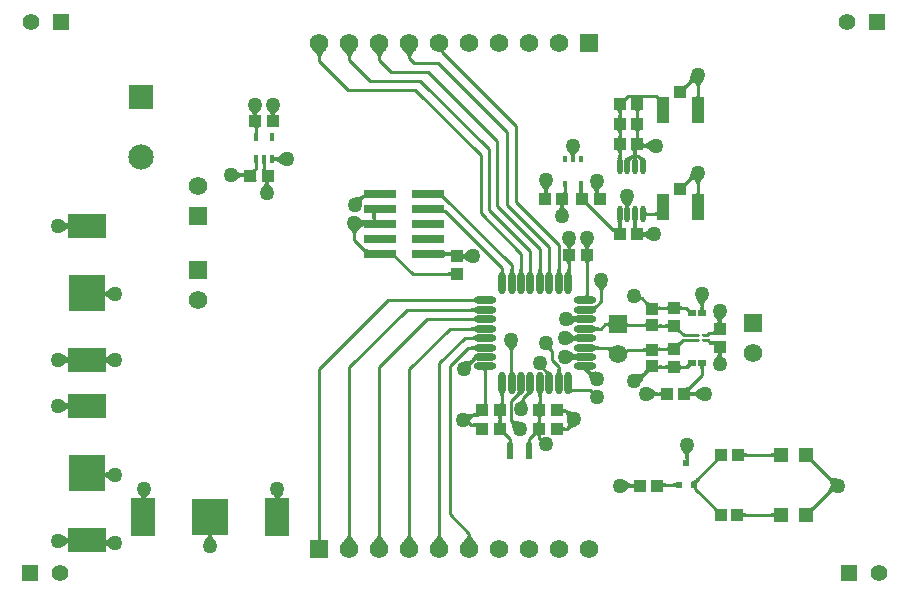
<source format=gtl>
G04*
G04 #@! TF.GenerationSoftware,Altium Limited,Altium Designer,21.7.2 (23)*
G04*
G04 Layer_Physical_Order=1*
G04 Layer_Color=255*
%FSLAX25Y25*%
%MOIN*%
G70*
G04*
G04 #@! TF.SameCoordinates,CEDA9658-653E-4C37-85A5-3546ED317D05*
G04*
G04*
G04 #@! TF.FilePolarity,Positive*
G04*
G01*
G75*
%ADD15C,0.01000*%
%ADD16R,0.03937X0.04134*%
%ADD17C,0.00945*%
%ADD18O,0.02362X0.07677*%
%ADD19O,0.07677X0.02362*%
%ADD20R,0.02756X0.01968*%
%ADD21R,0.12520X0.07992*%
%ADD22R,0.07992X0.12520*%
%ADD23R,0.04134X0.03937*%
%ADD24R,0.10984X0.02913*%
%ADD25R,0.01575X0.01968*%
%ADD26R,0.04331X0.03937*%
%ADD27R,0.03937X0.04331*%
%ADD28R,0.01850X0.02362*%
%ADD29R,0.04724X0.04724*%
%ADD30R,0.04134X0.08661*%
%ADD31R,0.01575X0.02559*%
%ADD32O,0.01772X0.05512*%
%ADD33R,0.02362X0.05709*%
%ADD35R,0.12480X0.12480*%
%ADD36R,0.12480X0.12480*%
%ADD37R,0.06181X0.06181*%
%ADD38C,0.06181*%
%ADD39R,0.06181X0.06181*%
%ADD40C,0.08465*%
%ADD41R,0.08465X0.08465*%
%ADD42C,0.05512*%
%ADD43R,0.05512X0.05512*%
%ADD44C,0.05000*%
G36*
X134347Y180473D02*
X133815Y179865D01*
X133599Y179579D01*
X133416Y179303D01*
X133266Y179039D01*
X133150Y178787D01*
X133066Y178545D01*
X133017Y178315D01*
X133000Y178096D01*
X132000D01*
X131983Y178315D01*
X131933Y178545D01*
X131850Y178787D01*
X131734Y179039D01*
X131584Y179303D01*
X131401Y179579D01*
X131185Y179865D01*
X130653Y180473D01*
X130337Y180793D01*
X134663D01*
X134347Y180473D01*
D02*
G37*
G36*
X124347D02*
X123815Y179865D01*
X123599Y179579D01*
X123416Y179303D01*
X123266Y179039D01*
X123150Y178787D01*
X123066Y178545D01*
X123017Y178315D01*
X123000Y178096D01*
X122000D01*
X121983Y178315D01*
X121933Y178545D01*
X121850Y178787D01*
X121734Y179039D01*
X121584Y179303D01*
X121401Y179579D01*
X121185Y179865D01*
X120653Y180473D01*
X120337Y180793D01*
X124663D01*
X124347Y180473D01*
D02*
G37*
G36*
X114347D02*
X113815Y179865D01*
X113599Y179579D01*
X113416Y179303D01*
X113266Y179039D01*
X113150Y178787D01*
X113066Y178545D01*
X113017Y178315D01*
X113000Y178096D01*
X112000D01*
X111983Y178315D01*
X111934Y178545D01*
X111850Y178787D01*
X111734Y179039D01*
X111584Y179303D01*
X111401Y179579D01*
X111185Y179865D01*
X110653Y180473D01*
X110337Y180793D01*
X114663D01*
X114347Y180473D01*
D02*
G37*
G36*
X104347D02*
X103815Y179865D01*
X103599Y179579D01*
X103416Y179303D01*
X103266Y179039D01*
X103150Y178787D01*
X103067Y178545D01*
X103017Y178315D01*
X103000Y178096D01*
X102000D01*
X101983Y178315D01*
X101934Y178545D01*
X101850Y178787D01*
X101734Y179039D01*
X101584Y179303D01*
X101401Y179579D01*
X101185Y179865D01*
X100653Y180473D01*
X100337Y180793D01*
X104663D01*
X104347Y180473D01*
D02*
G37*
G36*
X225498Y168793D02*
X225299Y168587D01*
X224986Y168217D01*
X224871Y168054D01*
X224785Y167906D01*
X224728Y167772D01*
X224698Y167652D01*
X224697Y167546D01*
X224724Y167455D01*
X224779Y167378D01*
X223377Y168781D01*
X223454Y168725D01*
X223545Y168698D01*
X223650Y168699D01*
X223770Y168729D01*
X223904Y168787D01*
X224053Y168873D01*
X224216Y168987D01*
X224393Y169130D01*
X224791Y169500D01*
X225498Y168793D01*
D02*
G37*
G36*
X227857Y170465D02*
X230500D01*
X230262Y170222D01*
X229862Y169755D01*
X229700Y169530D01*
X229562Y169311D01*
X229450Y169097D01*
X229363Y168890D01*
X229300Y168687D01*
X229262Y168491D01*
X229250Y168300D01*
X228250D01*
X228238Y168491D01*
X228200Y168687D01*
X228137Y168890D01*
X228050Y169097D01*
X227938Y169311D01*
X227800Y169530D01*
X227638Y169755D01*
X227567Y169843D01*
X227473Y169843D01*
X227211Y169826D01*
X226967Y169790D01*
X226742Y169735D01*
X226536Y169660D01*
X226348Y169567D01*
X226178Y169454D01*
X226027Y169322D01*
X225424Y170132D01*
X225541Y170265D01*
X225651Y170423D01*
X225753Y170606D01*
X225849Y170813D01*
X225937Y171045D01*
X226018Y171303D01*
X226159Y171891D01*
X226219Y172223D01*
X226272Y172580D01*
X227857Y170465D01*
D02*
G37*
G36*
X229255Y165860D02*
X229270Y165688D01*
X229295Y165536D01*
X229330Y165405D01*
X229375Y165293D01*
X229430Y165202D01*
X229495Y165131D01*
X229570Y165081D01*
X229655Y165051D01*
X229750Y165040D01*
X227750D01*
X227845Y165051D01*
X227930Y165081D01*
X228005Y165131D01*
X228070Y165202D01*
X228125Y165293D01*
X228170Y165405D01*
X228205Y165536D01*
X228230Y165688D01*
X228245Y165860D01*
X228250Y166052D01*
X229250D01*
X229255Y165860D01*
D02*
G37*
G36*
X205321Y164555D02*
X205122Y164349D01*
X204808Y163980D01*
X204694Y163817D01*
X204608Y163668D01*
X204550Y163534D01*
X204521Y163414D01*
X204520Y163309D01*
X204547Y163217D01*
X204602Y163141D01*
X203200Y164543D01*
X203276Y164488D01*
X203368Y164461D01*
X203473Y164462D01*
X203593Y164491D01*
X203727Y164549D01*
X203876Y164635D01*
X204039Y164749D01*
X204216Y164892D01*
X204614Y165262D01*
X205321Y164555D01*
D02*
G37*
G36*
X215119Y165614D02*
X215772Y165039D01*
X215789Y165040D01*
X214985Y164236D01*
X214986Y164253D01*
X214971Y164284D01*
X214940Y164330D01*
X214893Y164390D01*
X214749Y164553D01*
X214265Y165052D01*
X214973Y165760D01*
X215119Y165614D01*
D02*
G37*
G36*
X209370Y160644D02*
X209285Y160613D01*
X209210Y160563D01*
X209145Y160492D01*
X209090Y160401D01*
X209045Y160290D01*
X209010Y160158D01*
X208985Y160006D01*
X208970Y159834D01*
X208965Y159642D01*
X207965D01*
X207960Y159834D01*
X207945Y160006D01*
X207920Y160158D01*
X207885Y160290D01*
X207840Y160401D01*
X207785Y160492D01*
X207720Y160563D01*
X207645Y160613D01*
X207560Y160644D01*
X207465Y160654D01*
X209465D01*
X209370Y160644D01*
D02*
G37*
G36*
X203464D02*
X203379Y160613D01*
X203304Y160563D01*
X203239Y160492D01*
X203184Y160401D01*
X203139Y160290D01*
X203104Y160158D01*
X203079Y160006D01*
X203064Y159834D01*
X203059Y159642D01*
X202059D01*
X202054Y159834D01*
X202039Y160006D01*
X202014Y160158D01*
X201979Y160290D01*
X201934Y160401D01*
X201879Y160492D01*
X201814Y160563D01*
X201739Y160613D01*
X201654Y160644D01*
X201559Y160654D01*
X203559D01*
X203464Y160644D01*
D02*
G37*
G36*
X88512Y160473D02*
X88112Y160005D01*
X87950Y159780D01*
X87813Y159561D01*
X87700Y159347D01*
X87612Y159140D01*
X87605Y159116D01*
X87625Y159067D01*
X87680Y158976D01*
X87745Y158906D01*
X87820Y158855D01*
X87905Y158825D01*
X88000Y158815D01*
X87527D01*
X87512Y158741D01*
X87500Y158551D01*
X86500D01*
X86488Y158741D01*
X86474Y158815D01*
X86000D01*
X86095Y158825D01*
X86180Y158855D01*
X86255Y158906D01*
X86320Y158976D01*
X86375Y159067D01*
X86395Y159116D01*
X86387Y159140D01*
X86300Y159347D01*
X86187Y159561D01*
X86050Y159780D01*
X85887Y160005D01*
X85700Y160236D01*
X85250Y160715D01*
X88750D01*
X88512Y160473D01*
D02*
G37*
G36*
X82512D02*
X82112Y160005D01*
X81950Y159780D01*
X81813Y159561D01*
X81700Y159347D01*
X81612Y159140D01*
X81605Y159116D01*
X81625Y159067D01*
X81680Y158976D01*
X81745Y158906D01*
X81820Y158855D01*
X81905Y158825D01*
X82000Y158815D01*
X81526D01*
X81512Y158741D01*
X81500Y158551D01*
X80500D01*
X80488Y158741D01*
X80474Y158815D01*
X80000D01*
X80095Y158825D01*
X80180Y158855D01*
X80255Y158906D01*
X80320Y158976D01*
X80375Y159067D01*
X80395Y159116D01*
X80388Y159140D01*
X80300Y159347D01*
X80187Y159561D01*
X80050Y159780D01*
X79887Y160005D01*
X79700Y160236D01*
X79250Y160715D01*
X82750D01*
X82512Y160473D01*
D02*
G37*
G36*
X208970Y158670D02*
X208985Y158498D01*
X209010Y158346D01*
X209045Y158214D01*
X209090Y158103D01*
X209145Y158012D01*
X209210Y157941D01*
X209285Y157890D01*
X209370Y157860D01*
X209465Y157850D01*
X207465D01*
X207560Y157860D01*
X207645Y157890D01*
X207720Y157941D01*
X207785Y158012D01*
X207840Y158103D01*
X207885Y158214D01*
X207920Y158346D01*
X207945Y158498D01*
X207960Y158670D01*
X207965Y158862D01*
X208965D01*
X208970Y158670D01*
D02*
G37*
G36*
X203064D02*
X203079Y158498D01*
X203104Y158346D01*
X203139Y158214D01*
X203184Y158103D01*
X203239Y158012D01*
X203304Y157941D01*
X203379Y157890D01*
X203464Y157860D01*
X203559Y157850D01*
X201559D01*
X201654Y157860D01*
X201739Y157890D01*
X201814Y157941D01*
X201879Y158012D01*
X201934Y158103D01*
X201979Y158214D01*
X202014Y158346D01*
X202039Y158498D01*
X202054Y158670D01*
X202059Y158862D01*
X203059D01*
X203064Y158670D01*
D02*
G37*
G36*
X82420Y154915D02*
X82335Y154885D01*
X82260Y154834D01*
X82195Y154764D01*
X82140Y154673D01*
X82095Y154561D01*
X82060Y154430D01*
X82035Y154278D01*
X82020Y154106D01*
X82016Y153968D01*
X82018Y153877D01*
X82040Y153557D01*
X82059Y153427D01*
X82084Y153317D01*
X82114Y153227D01*
X82150Y153157D01*
X82192Y153107D01*
X82239Y153077D01*
X82291Y153067D01*
X80740D01*
X80792Y153077D01*
X80839Y153107D01*
X80880Y153157D01*
X80916Y153227D01*
X80946Y153317D01*
X80971Y153427D01*
X80990Y153557D01*
X81004Y153707D01*
X81013Y153996D01*
X81010Y154106D01*
X80995Y154278D01*
X80970Y154430D01*
X80935Y154561D01*
X80890Y154673D01*
X80835Y154764D01*
X80770Y154834D01*
X80695Y154885D01*
X80610Y154915D01*
X80515Y154926D01*
X82515D01*
X82420Y154915D01*
D02*
G37*
G36*
X209370Y153951D02*
X209285Y153920D01*
X209210Y153870D01*
X209145Y153799D01*
X209090Y153708D01*
X209045Y153597D01*
X209010Y153465D01*
X208985Y153313D01*
X208970Y153141D01*
X208965Y152949D01*
X207965D01*
X207960Y153141D01*
X207945Y153313D01*
X207920Y153465D01*
X207885Y153597D01*
X207840Y153708D01*
X207785Y153799D01*
X207720Y153870D01*
X207645Y153920D01*
X207560Y153951D01*
X207465Y153961D01*
X209465D01*
X209370Y153951D01*
D02*
G37*
G36*
X203464D02*
X203379Y153920D01*
X203304Y153870D01*
X203239Y153799D01*
X203184Y153708D01*
X203139Y153597D01*
X203104Y153465D01*
X203079Y153313D01*
X203064Y153141D01*
X203059Y152949D01*
X202059D01*
X202054Y153141D01*
X202039Y153313D01*
X202014Y153465D01*
X201979Y153597D01*
X201934Y153708D01*
X201879Y153799D01*
X201814Y153870D01*
X201739Y153920D01*
X201654Y153951D01*
X201559Y153961D01*
X203559D01*
X203464Y153951D01*
D02*
G37*
G36*
X208970Y151977D02*
X208985Y151805D01*
X209010Y151653D01*
X209045Y151521D01*
X209090Y151410D01*
X209145Y151319D01*
X209210Y151248D01*
X209285Y151198D01*
X209370Y151167D01*
X209465Y151157D01*
X207465D01*
X207560Y151167D01*
X207645Y151198D01*
X207720Y151248D01*
X207785Y151319D01*
X207840Y151410D01*
X207885Y151521D01*
X207920Y151653D01*
X207945Y151805D01*
X207960Y151977D01*
X207965Y152169D01*
X208965D01*
X208970Y151977D01*
D02*
G37*
G36*
X203064D02*
X203079Y151805D01*
X203104Y151653D01*
X203139Y151521D01*
X203184Y151410D01*
X203239Y151319D01*
X203304Y151248D01*
X203379Y151198D01*
X203464Y151167D01*
X203559Y151157D01*
X201559D01*
X201654Y151167D01*
X201739Y151198D01*
X201814Y151248D01*
X201879Y151319D01*
X201934Y151410D01*
X201979Y151521D01*
X202014Y151653D01*
X202039Y151805D01*
X202054Y151977D01*
X202059Y152169D01*
X203059D01*
X203064Y151977D01*
D02*
G37*
G36*
X212782Y147069D02*
X212539Y147306D01*
X212072Y147706D01*
X211847Y147869D01*
X211628Y148006D01*
X211414Y148119D01*
X211207Y148206D01*
X211004Y148269D01*
X210993Y148271D01*
X210872Y148239D01*
X210760Y148194D01*
X210669Y148139D01*
X210599Y148074D01*
X210548Y147999D01*
X210518Y147914D01*
X210507Y147819D01*
Y149819D01*
X210518Y149724D01*
X210548Y149639D01*
X210599Y149564D01*
X210669Y149499D01*
X210760Y149444D01*
X210872Y149399D01*
X210993Y149367D01*
X211004Y149369D01*
X211207Y149431D01*
X211414Y149519D01*
X211628Y149631D01*
X211847Y149769D01*
X212072Y149931D01*
X212303Y150119D01*
X212782Y150569D01*
Y147069D01*
D02*
G37*
G36*
X203464Y147258D02*
X203379Y147228D01*
X203304Y147177D01*
X203239Y147106D01*
X203184Y147015D01*
X203139Y146904D01*
X203104Y146772D01*
X203079Y146620D01*
X203064Y146448D01*
X203059Y146256D01*
X202059D01*
X202054Y146448D01*
X202039Y146620D01*
X202014Y146772D01*
X201979Y146904D01*
X201934Y147015D01*
X201879Y147106D01*
X201814Y147177D01*
X201739Y147228D01*
X201654Y147258D01*
X201559Y147268D01*
X203559D01*
X203464Y147258D01*
D02*
G37*
G36*
X188520Y146791D02*
X188120Y146324D01*
X187958Y146099D01*
X187820Y145880D01*
X187708Y145666D01*
X187620Y145458D01*
X187592Y145368D01*
X187607Y145325D01*
X187643Y145255D01*
X187684Y145205D01*
X187731Y145175D01*
X187783Y145165D01*
X187540D01*
X187520Y145060D01*
X187508Y144869D01*
X186508Y144869D01*
X186495Y145060D01*
X186475Y145165D01*
X186232D01*
X186285Y145175D01*
X186332Y145205D01*
X186373Y145255D01*
X186409Y145325D01*
X186423Y145368D01*
X186395Y145458D01*
X186308Y145666D01*
X186195Y145880D01*
X186058Y146099D01*
X185895Y146324D01*
X185708Y146555D01*
X185258Y147034D01*
X188758Y147034D01*
X188520Y146791D01*
D02*
G37*
G36*
X89808Y142557D02*
X89567Y142795D01*
X89102Y143196D01*
X88878Y143359D01*
X88659Y143496D01*
X88446Y143609D01*
X88238Y143697D01*
X88036Y143759D01*
X87955Y143775D01*
X87893Y143764D01*
X87761Y143729D01*
X87650Y143684D01*
X87559Y143630D01*
X87488Y143564D01*
X87438Y143490D01*
X87407Y143404D01*
X87397Y143309D01*
Y145309D01*
X87407Y145214D01*
X87438Y145130D01*
X87488Y145054D01*
X87559Y144990D01*
X87650Y144934D01*
X87761Y144889D01*
X87893Y144854D01*
X87958Y144844D01*
X88039Y144859D01*
X88241Y144922D01*
X88449Y145009D01*
X88663Y145121D01*
X88883Y145258D01*
X89109Y145421D01*
X89340Y145608D01*
X89821Y146057D01*
X89808Y142557D01*
D02*
G37*
G36*
X208582Y147258D02*
X208497Y147228D01*
X208422Y147177D01*
X208357Y147106D01*
X208302Y147015D01*
X208257Y146904D01*
X208222Y146772D01*
X208197Y146620D01*
X208189Y146526D01*
X208200Y146416D01*
X208228Y146266D01*
X208268Y146136D01*
X208320Y146026D01*
X208383Y145936D01*
X208457Y145866D01*
X208542Y145816D01*
X208639Y145786D01*
X208748Y145776D01*
X207677Y144776D01*
X206606Y145776D01*
X206715Y145786D01*
X206812Y145816D01*
X206897Y145866D01*
X206972Y145936D01*
X207034Y146026D01*
X207086Y146136D01*
X207126Y146266D01*
X207154Y146416D01*
X207165Y146526D01*
X207157Y146620D01*
X207132Y146772D01*
X207097Y146904D01*
X207052Y147015D01*
X206997Y147106D01*
X206932Y147177D01*
X206857Y147228D01*
X206772Y147258D01*
X206677Y147268D01*
X208677D01*
X208582Y147258D01*
D02*
G37*
G36*
X203062Y145538D02*
X203088Y145214D01*
X203111Y145064D01*
X203140Y144923D01*
X203175Y144789D01*
X203218Y144664D01*
X203266Y144547D01*
X203321Y144438D01*
X203382Y144337D01*
X201736D01*
X201797Y144438D01*
X201852Y144547D01*
X201901Y144664D01*
X201943Y144789D01*
X201978Y144923D01*
X202007Y145064D01*
X202030Y145214D01*
X202056Y145538D01*
X202059Y145713D01*
X203059D01*
X203062Y145538D01*
D02*
G37*
G36*
X209313Y145424D02*
X209431Y145326D01*
X209554Y145236D01*
X209683Y145154D01*
X209818Y145079D01*
X209958Y145012D01*
X210104Y144952D01*
X210256Y144901D01*
X210414Y144856D01*
X210577Y144819D01*
X209357Y143264D01*
X209405Y143348D01*
X209426Y143445D01*
X209421Y143555D01*
X209389Y143677D01*
X209330Y143812D01*
X209245Y143960D01*
X209133Y144121D01*
X208995Y144294D01*
X208638Y144678D01*
X209202Y145529D01*
X209313Y145424D01*
D02*
G37*
G36*
X206716Y144678D02*
X206524Y144480D01*
X206221Y144121D01*
X206109Y143960D01*
X206024Y143812D01*
X205965Y143677D01*
X205933Y143555D01*
X205928Y143445D01*
X205949Y143348D01*
X205997Y143264D01*
X204777Y144819D01*
X204941Y144856D01*
X205098Y144901D01*
X205250Y144952D01*
X205396Y145012D01*
X205537Y145079D01*
X205671Y145154D01*
X205800Y145236D01*
X205924Y145326D01*
X206041Y145424D01*
X206153Y145529D01*
X206716Y144678D01*
D02*
G37*
G36*
X84798Y143042D02*
X84751Y143011D01*
X84710Y142962D01*
X84674Y142892D01*
X84644Y142801D01*
X84619Y142692D01*
X84600Y142561D01*
X84586Y142411D01*
X84575Y142051D01*
X83575D01*
X83572Y142242D01*
X83550Y142561D01*
X83531Y142692D01*
X83506Y142801D01*
X83476Y142892D01*
X83440Y142962D01*
X83398Y143011D01*
X83352Y143042D01*
X83299Y143052D01*
X84850D01*
X84798Y143042D01*
D02*
G37*
G36*
X82239D02*
X82192Y143011D01*
X82151Y142962D01*
X82115Y142892D01*
X82085Y142801D01*
X82060Y142692D01*
X82041Y142561D01*
X82027Y142411D01*
X82016Y142051D01*
X81016D01*
X81013Y142242D01*
X80991Y142561D01*
X80972Y142692D01*
X80947Y142801D01*
X80917Y142892D01*
X80881Y142962D01*
X80840Y143011D01*
X80793Y143042D01*
X80740Y143052D01*
X82291D01*
X82239Y143042D01*
D02*
G37*
G36*
X84580Y141588D02*
X84595Y141416D01*
X84620Y141265D01*
X84655Y141133D01*
X84700Y141022D01*
X84755Y140931D01*
X84820Y140860D01*
X84895Y140809D01*
X84980Y140778D01*
X85075Y140767D01*
X83201Y140779D01*
X83272Y140789D01*
X83336Y140819D01*
X83392Y140869D01*
X83440Y140939D01*
X83481Y141029D01*
X83515Y141139D01*
X83541Y141269D01*
X83560Y141419D01*
X83571Y141589D01*
X83575Y141779D01*
X84575D01*
X84580Y141588D01*
D02*
G37*
G36*
X81869Y140891D02*
X81753Y140772D01*
X81439Y140408D01*
X81399Y140345D01*
X81375Y140293D01*
X81366Y140252D01*
X81372Y140223D01*
X81393Y140204D01*
X80121Y140767D01*
X80157Y140763D01*
X80205Y140775D01*
X80266Y140805D01*
X80340Y140851D01*
X80427Y140915D01*
X80638Y141093D01*
X80901Y141338D01*
X81051Y141486D01*
X81869Y140891D01*
D02*
G37*
G36*
X75028Y140513D02*
X75495Y140112D01*
X75720Y139950D01*
X75939Y139813D01*
X76153Y139700D01*
X76360Y139612D01*
X76562Y139550D01*
X76690Y139526D01*
X76806Y139545D01*
X76935Y139580D01*
X77046Y139625D01*
X77135Y139680D01*
X77205Y139745D01*
X77255Y139820D01*
X77285Y139905D01*
X77296Y140000D01*
Y138000D01*
X77285Y138095D01*
X77255Y138180D01*
X77205Y138255D01*
X77135Y138320D01*
X77046Y138375D01*
X76935Y138420D01*
X76806Y138455D01*
X76690Y138474D01*
X76562Y138450D01*
X76360Y138388D01*
X76153Y138300D01*
X75939Y138188D01*
X75720Y138050D01*
X75495Y137888D01*
X75264Y137700D01*
X74785Y137250D01*
Y140750D01*
X75028Y140513D01*
D02*
G37*
G36*
X225498Y136405D02*
X225299Y136199D01*
X224986Y135830D01*
X224871Y135667D01*
X224785Y135519D01*
X224727Y135384D01*
X224698Y135264D01*
X224697Y135159D01*
X224724Y135068D01*
X224779Y134991D01*
X223377Y136393D01*
X223454Y136338D01*
X223545Y136311D01*
X223650Y136312D01*
X223770Y136342D01*
X223904Y136399D01*
X224053Y136485D01*
X224216Y136600D01*
X224393Y136742D01*
X224791Y137112D01*
X225498Y136405D01*
D02*
G37*
G36*
X227818Y137978D02*
X230490D01*
X230253Y137736D01*
X229853Y137269D01*
X229690Y137044D01*
X229553Y136825D01*
X229440Y136611D01*
X229353Y136403D01*
X229290Y136201D01*
X229253Y136005D01*
X229240Y135814D01*
X228240D01*
X228228Y136005D01*
X228190Y136201D01*
X228128Y136403D01*
X228040Y136611D01*
X227928Y136825D01*
X227790Y137044D01*
X227628Y137269D01*
X227535Y137383D01*
X227411Y137387D01*
X227152Y137374D01*
X226910Y137342D01*
X226686Y137289D01*
X226481Y137217D01*
X226293Y137124D01*
X226123Y137011D01*
X225971Y136878D01*
X225386Y137708D01*
X225501Y137838D01*
X225610Y137994D01*
X225713Y138175D01*
X225811Y138382D01*
X225902Y138614D01*
X225988Y138872D01*
X226141Y139463D01*
X226209Y139797D01*
X226271Y140157D01*
X227818Y137978D01*
D02*
G37*
G36*
X85505Y136878D02*
X86000D01*
X85905Y136868D01*
X85820Y136838D01*
X85745Y136787D01*
X85680Y136716D01*
X85625Y136625D01*
X85580Y136514D01*
X85573Y136488D01*
X85612Y136360D01*
X85700Y136153D01*
X85812Y135939D01*
X85950Y135720D01*
X86112Y135495D01*
X86300Y135264D01*
X86750Y134785D01*
X83250D01*
X83487Y135028D01*
X83887Y135495D01*
X84050Y135720D01*
X84188Y135939D01*
X84300Y136153D01*
X84387Y136360D01*
X84427Y136488D01*
X84420Y136514D01*
X84375Y136625D01*
X84320Y136716D01*
X84255Y136787D01*
X84180Y136838D01*
X84095Y136868D01*
X84000Y136878D01*
X84495D01*
X84500Y136950D01*
X85500D01*
X85505Y136878D01*
D02*
G37*
G36*
X190290Y135140D02*
X190243Y135110D01*
X190202Y135060D01*
X190166Y134990D01*
X190136Y134900D01*
X190111Y134790D01*
X190092Y134660D01*
X190078Y134510D01*
X190067Y134150D01*
X189067D01*
X189064Y134340D01*
X189042Y134660D01*
X189023Y134790D01*
X188998Y134900D01*
X188968Y134990D01*
X188932Y135060D01*
X188891Y135110D01*
X188844Y135140D01*
X188792Y135150D01*
X190342D01*
X190290Y135140D01*
D02*
G37*
G36*
X185172D02*
X185125Y135110D01*
X185084Y135060D01*
X185048Y134990D01*
X185018Y134900D01*
X184993Y134790D01*
X184974Y134660D01*
X184960Y134510D01*
X184949Y134150D01*
X183949D01*
X183946Y134340D01*
X183924Y134660D01*
X183905Y134790D01*
X183880Y134900D01*
X183850Y134990D01*
X183814Y135060D01*
X183773Y135110D01*
X183726Y135140D01*
X183673Y135150D01*
X185224D01*
X185172Y135140D01*
D02*
G37*
G36*
X184954Y133867D02*
X184969Y133695D01*
X184994Y133543D01*
X185029Y133411D01*
X185074Y133300D01*
X185129Y133209D01*
X185194Y133138D01*
X185269Y133087D01*
X185354Y133057D01*
X185449Y133047D01*
X183449D01*
X183544Y133057D01*
X183629Y133087D01*
X183704Y133138D01*
X183769Y133209D01*
X183824Y133300D01*
X183869Y133411D01*
X183904Y133543D01*
X183929Y133695D01*
X183944Y133867D01*
X183949Y134059D01*
X184949D01*
X184954Y133867D01*
D02*
G37*
G36*
X179465Y135374D02*
X179065Y134907D01*
X178903Y134682D01*
X178765Y134463D01*
X178653Y134249D01*
X178565Y134041D01*
X178503Y133839D01*
X178474Y133688D01*
X178498Y133543D01*
X178533Y133411D01*
X178578Y133300D01*
X178633Y133209D01*
X178698Y133138D01*
X178773Y133087D01*
X178858Y133057D01*
X178953Y133047D01*
X176953D01*
X177048Y133057D01*
X177133Y133087D01*
X177208Y133138D01*
X177273Y133209D01*
X177328Y133300D01*
X177373Y133411D01*
X177408Y133543D01*
X177432Y133688D01*
X177403Y133839D01*
X177340Y134041D01*
X177253Y134249D01*
X177140Y134463D01*
X177003Y134682D01*
X176840Y134907D01*
X176653Y135138D01*
X176203Y135616D01*
X179703D01*
X179465Y135374D01*
D02*
G37*
G36*
X196394Y134980D02*
X195994Y134513D01*
X195832Y134288D01*
X195694Y134069D01*
X195582Y133855D01*
X195494Y133648D01*
X195443Y133482D01*
X195462Y133411D01*
X195507Y133300D01*
X195562Y133209D01*
X195627Y133138D01*
X195702Y133087D01*
X195787Y133057D01*
X195882Y133047D01*
X193882D01*
X193977Y133057D01*
X194062Y133087D01*
X194137Y133138D01*
X194202Y133209D01*
X194257Y133300D01*
X194302Y133411D01*
X194321Y133482D01*
X194269Y133648D01*
X194182Y133855D01*
X194069Y134069D01*
X193932Y134288D01*
X193769Y134513D01*
X193582Y134744D01*
X193132Y135222D01*
X196632D01*
X196394Y134980D01*
D02*
G37*
G36*
X190072Y133867D02*
X190087Y133695D01*
X190112Y133543D01*
X190147Y133411D01*
X190192Y133300D01*
X190247Y133209D01*
X190312Y133138D01*
X190387Y133087D01*
X190472Y133057D01*
X190567Y133047D01*
X188567D01*
X188662Y133057D01*
X188747Y133087D01*
X188822Y133138D01*
X188887Y133209D01*
X188942Y133300D01*
X188987Y133411D01*
X189022Y133543D01*
X189047Y133695D01*
X189062Y133867D01*
X189067Y134059D01*
X190067D01*
X190072Y133867D01*
D02*
G37*
G36*
X229245Y133473D02*
X229260Y133301D01*
X229285Y133149D01*
X229320Y133018D01*
X229365Y132906D01*
X229420Y132815D01*
X229485Y132744D01*
X229560Y132694D01*
X229645Y132663D01*
X229740Y132653D01*
X227740D01*
X227835Y132663D01*
X227920Y132694D01*
X227995Y132744D01*
X228060Y132815D01*
X228115Y132906D01*
X228160Y133018D01*
X228195Y133149D01*
X228220Y133301D01*
X228235Y133473D01*
X228240Y133665D01*
X229240D01*
X229245Y133473D01*
D02*
G37*
G36*
X117332Y131524D02*
X117195Y131371D01*
X117075Y131202D01*
X116971Y131015D01*
X116883Y130812D01*
X116811Y130592D01*
X116756Y130355D01*
X116717Y130101D01*
X116694Y129831D01*
X116687Y129543D01*
X116696Y129239D01*
X114339Y131596D01*
X114643Y131587D01*
X114931Y131594D01*
X115201Y131617D01*
X115455Y131656D01*
X115692Y131711D01*
X115912Y131783D01*
X116115Y131871D01*
X116302Y131975D01*
X116472Y132095D01*
X116624Y132231D01*
X117332Y131524D01*
D02*
G37*
G36*
X144133Y132727D02*
X144106Y132636D01*
X144107Y132531D01*
X144137Y132411D01*
X144194Y132277D01*
X144281Y132128D01*
X144395Y131965D01*
X144538Y131788D01*
X144908Y131390D01*
X144201Y130683D01*
X143994Y130882D01*
X143625Y131195D01*
X143462Y131310D01*
X143314Y131396D01*
X143179Y131454D01*
X143060Y131483D01*
X142954Y131484D01*
X142863Y131457D01*
X142786Y131402D01*
X144188Y132804D01*
X144133Y132727D01*
D02*
G37*
G36*
X191948Y130483D02*
X191921Y130392D01*
X191922Y130287D01*
X191952Y130167D01*
X192010Y130033D01*
X192096Y129884D01*
X192210Y129721D01*
X192353Y129544D01*
X192723Y129146D01*
X192016Y128439D01*
X191809Y128638D01*
X191440Y128951D01*
X191277Y129066D01*
X191129Y129152D01*
X190995Y129209D01*
X190875Y129239D01*
X190769Y129240D01*
X190678Y129213D01*
X190601Y129158D01*
X192004Y130560D01*
X191948Y130483D01*
D02*
G37*
G36*
X206631Y129862D02*
X206231Y129395D01*
X206068Y129170D01*
X205931Y128951D01*
X205818Y128737D01*
X205755Y128587D01*
X205777Y128522D01*
X205825Y128405D01*
X205880Y128296D01*
X205941Y128195D01*
X205643D01*
X205631Y128131D01*
X205618Y127940D01*
X204618D01*
X204606Y128131D01*
X204593Y128195D01*
X204295D01*
X204356Y128296D01*
X204411Y128405D01*
X204460Y128522D01*
X204481Y128587D01*
X204418Y128737D01*
X204306Y128951D01*
X204168Y129170D01*
X204006Y129395D01*
X203818Y129626D01*
X203368Y130104D01*
X206868D01*
X206631Y129862D01*
D02*
G37*
G36*
X184370Y129148D02*
X184285Y129117D01*
X184210Y129067D01*
X184145Y128996D01*
X184090Y128905D01*
X184045Y128794D01*
X184026Y128723D01*
X184077Y128557D01*
X184165Y128349D01*
X184277Y128136D01*
X184415Y127917D01*
X184577Y127692D01*
X184765Y127461D01*
X185215Y126982D01*
X181715D01*
X181952Y127224D01*
X182352Y127692D01*
X182515Y127917D01*
X182652Y128136D01*
X182765Y128349D01*
X182852Y128557D01*
X182903Y128723D01*
X182885Y128794D01*
X182840Y128905D01*
X182785Y128996D01*
X182720Y129067D01*
X182645Y129117D01*
X182560Y129148D01*
X182465Y129158D01*
X184465D01*
X184370Y129148D01*
D02*
G37*
G36*
X121533Y126392D02*
X121448Y126361D01*
X121373Y126311D01*
X121308Y126240D01*
X121253Y126149D01*
X121208Y126038D01*
X121173Y125906D01*
X121148Y125754D01*
X121133Y125582D01*
X121128Y125390D01*
X120128D01*
X120123Y125582D01*
X120108Y125754D01*
X120083Y125906D01*
X120048Y126038D01*
X120003Y126149D01*
X119948Y126240D01*
X119883Y126311D01*
X119808Y126361D01*
X119723Y126392D01*
X119628Y126402D01*
X121628D01*
X121533Y126392D01*
D02*
G37*
G36*
X214985Y124984D02*
X214974Y125079D01*
X214944Y125164D01*
X214894Y125239D01*
X214823Y125304D01*
X214732Y125359D01*
X214620Y125404D01*
X214489Y125439D01*
X214337Y125464D01*
X214165Y125479D01*
X213973Y125484D01*
Y126484D01*
X214165Y126489D01*
X214337Y126504D01*
X214489Y126529D01*
X214620Y126564D01*
X214732Y126609D01*
X214823Y126664D01*
X214894Y126729D01*
X214944Y126804D01*
X214974Y126889D01*
X214985Y126984D01*
Y124984D01*
D02*
G37*
G36*
X211125Y126889D02*
X211156Y126804D01*
X211206Y126729D01*
X211277Y126664D01*
X211368Y126609D01*
X211479Y126564D01*
X211611Y126529D01*
X211763Y126504D01*
X211935Y126489D01*
X212127Y126484D01*
Y125484D01*
X211935Y125479D01*
X211763Y125464D01*
X211611Y125439D01*
X211479Y125404D01*
X211368Y125359D01*
X211277Y125304D01*
X211206Y125239D01*
X211156Y125164D01*
X211125Y125079D01*
X211115Y124984D01*
Y126984D01*
X211125Y126889D01*
D02*
G37*
G36*
X121133Y125087D02*
X121148Y124915D01*
X121173Y124763D01*
X121208Y124632D01*
X121253Y124520D01*
X121308Y124429D01*
X121373Y124358D01*
X121448Y124308D01*
X121533Y124277D01*
X121628Y124267D01*
X119628D01*
X119723Y124277D01*
X119808Y124308D01*
X119883Y124358D01*
X119948Y124429D01*
X120003Y124520D01*
X120048Y124632D01*
X120083Y124763D01*
X120108Y124915D01*
X120123Y125087D01*
X120128Y125279D01*
X121128D01*
X121133Y125087D01*
D02*
G37*
G36*
X208439Y123672D02*
X208384Y123564D01*
X208335Y123446D01*
X208293Y123321D01*
X208258Y123188D01*
X208229Y123046D01*
X208206Y122896D01*
X208180Y122572D01*
X208177Y122397D01*
X207177D01*
X207174Y122572D01*
X207148Y122896D01*
X207125Y123046D01*
X207096Y123188D01*
X207061Y123321D01*
X207019Y123446D01*
X206970Y123564D01*
X206915Y123672D01*
X206854Y123773D01*
X208500D01*
X208439Y123672D01*
D02*
G37*
G36*
X203321D02*
X203266Y123564D01*
X203218Y123446D01*
X203175Y123321D01*
X203140Y123188D01*
X203111Y123046D01*
X203088Y122896D01*
X203062Y122572D01*
X203059Y122397D01*
X202059D01*
X202056Y122572D01*
X202030Y122896D01*
X202007Y123046D01*
X201978Y123188D01*
X201943Y123321D01*
X201901Y123446D01*
X201852Y123564D01*
X201797Y123672D01*
X201736Y123773D01*
X203382D01*
X203321Y123672D01*
D02*
G37*
G36*
X116249Y124435D02*
X116701Y124029D01*
X116920Y123864D01*
X117136Y123724D01*
X117165Y123708D01*
X117177Y123727D01*
X117207Y123812D01*
X117217Y123907D01*
Y123680D01*
X117346Y123610D01*
X117552Y123521D01*
X117754Y123458D01*
X117951Y123419D01*
X118144Y123407D01*
X118115Y122407D01*
X117926Y122394D01*
X117731Y122357D01*
X117529Y122296D01*
X117319Y122210D01*
X117217Y122158D01*
Y121907D01*
X117207Y122002D01*
X117177Y122087D01*
X117152Y122124D01*
X117103Y122099D01*
X116879Y121964D01*
X116649Y121805D01*
X116411Y121620D01*
X115921Y121183D01*
X115693Y120951D01*
X115294Y120484D01*
X115131Y120259D01*
X114994Y120040D01*
X114881Y119826D01*
X114794Y119618D01*
X114731Y119416D01*
X114693Y119220D01*
X114681Y119029D01*
X113681D01*
X113669Y119220D01*
X113631Y119416D01*
X113568Y119618D01*
X113481Y119826D01*
X113368Y120040D01*
X113231Y120259D01*
X113068Y120484D01*
X112881Y120715D01*
X112431Y121193D01*
X115916D01*
X116016Y124677D01*
X116249Y124435D01*
D02*
G37*
G36*
X208182Y122056D02*
X208197Y121883D01*
X208222Y121732D01*
X208257Y121600D01*
X208302Y121489D01*
X208357Y121398D01*
X208422Y121327D01*
X208497Y121276D01*
X208582Y121246D01*
X208677Y121236D01*
X206677D01*
X206772Y121246D01*
X206857Y121276D01*
X206932Y121327D01*
X206997Y121398D01*
X207052Y121489D01*
X207097Y121600D01*
X207132Y121732D01*
X207157Y121883D01*
X207172Y122056D01*
X207177Y122248D01*
X208177D01*
X208182Y122056D01*
D02*
G37*
G36*
X203064D02*
X203079Y121883D01*
X203104Y121732D01*
X203139Y121600D01*
X203184Y121489D01*
X203239Y121398D01*
X203304Y121327D01*
X203379Y121276D01*
X203464Y121246D01*
X203559Y121236D01*
X201559D01*
X201654Y121246D01*
X201739Y121276D01*
X201814Y121327D01*
X201879Y121398D01*
X201934Y121489D01*
X201979Y121600D01*
X202014Y121732D01*
X202039Y121883D01*
X202054Y122056D01*
X202059Y122248D01*
X203059D01*
X203064Y122056D01*
D02*
G37*
G36*
X17527Y123512D02*
X17995Y123112D01*
X18220Y122950D01*
X18439Y122812D01*
X18631Y122712D01*
X18667Y122745D01*
X18718Y122820D01*
X18748Y122905D01*
X18758Y123000D01*
Y122655D01*
X18860Y122613D01*
X19062Y122550D01*
X19259Y122512D01*
X19450Y122500D01*
Y121500D01*
X19259Y121487D01*
X19062Y121450D01*
X18860Y121388D01*
X18758Y121344D01*
Y121000D01*
X18748Y121095D01*
X18718Y121180D01*
X18667Y121255D01*
X18631Y121289D01*
X18439Y121187D01*
X18220Y121050D01*
X17995Y120887D01*
X17764Y120700D01*
X17285Y120250D01*
Y123750D01*
X17527Y123512D01*
D02*
G37*
G36*
X212388Y117541D02*
X212146Y117779D01*
X211679Y118179D01*
X211454Y118341D01*
X211234Y118479D01*
X211021Y118591D01*
X210813Y118679D01*
X210801Y118683D01*
X210760Y118666D01*
X210669Y118611D01*
X210599Y118546D01*
X210548Y118471D01*
X210518Y118386D01*
X210507Y118291D01*
Y118761D01*
X210414Y118779D01*
X210224Y118791D01*
Y119791D01*
X210414Y119804D01*
X210507Y119822D01*
Y120291D01*
X210518Y120196D01*
X210548Y120111D01*
X210599Y120036D01*
X210669Y119971D01*
X210760Y119916D01*
X210801Y119900D01*
X210813Y119904D01*
X211021Y119991D01*
X211234Y120104D01*
X211454Y120241D01*
X211679Y120404D01*
X211909Y120591D01*
X212388Y121041D01*
Y117541D01*
D02*
G37*
G36*
X193245Y116083D02*
X192845Y115615D01*
X192682Y115391D01*
X192545Y115171D01*
X192432Y114958D01*
X192345Y114750D01*
X192294Y114584D01*
X192312Y114514D01*
X192357Y114402D01*
X192412Y114311D01*
X192477Y114240D01*
X192552Y114190D01*
X192637Y114159D01*
X192732Y114149D01*
X190732D01*
X190827Y114159D01*
X190912Y114190D01*
X190987Y114240D01*
X191052Y114311D01*
X191107Y114402D01*
X191152Y114514D01*
X191171Y114584D01*
X191120Y114750D01*
X191032Y114958D01*
X190920Y115171D01*
X190782Y115391D01*
X190620Y115615D01*
X190432Y115846D01*
X189982Y116325D01*
X193482D01*
X193245Y116083D01*
D02*
G37*
G36*
X187339D02*
X186939Y115615D01*
X186777Y115391D01*
X186639Y115171D01*
X186527Y114958D01*
X186439Y114750D01*
X186388Y114584D01*
X186407Y114514D01*
X186452Y114402D01*
X186507Y114311D01*
X186572Y114240D01*
X186647Y114190D01*
X186732Y114159D01*
X186827Y114149D01*
X184827D01*
X184922Y114159D01*
X185007Y114190D01*
X185082Y114240D01*
X185147Y114311D01*
X185202Y114402D01*
X185247Y114514D01*
X185266Y114584D01*
X185214Y114750D01*
X185127Y114958D01*
X185014Y115171D01*
X184877Y115391D01*
X184714Y115615D01*
X184527Y115846D01*
X184077Y116325D01*
X187577D01*
X187339Y116083D01*
D02*
G37*
G36*
X117422Y114788D02*
X117789Y114477D01*
X117952Y114364D01*
X118101Y114279D01*
X118235Y114223D01*
X118355Y114195D01*
X118461D01*
X118553Y114223D01*
X118631Y114279D01*
X117217Y112865D01*
X117273Y112943D01*
X117301Y113035D01*
Y113141D01*
X117273Y113261D01*
X117217Y113395D01*
X117132Y113544D01*
X117019Y113707D01*
X116877Y113883D01*
X116510Y114279D01*
X117217Y114986D01*
X117422Y114788D01*
D02*
G37*
G36*
X151881Y110186D02*
X151639Y110424D01*
X151171Y110824D01*
X150946Y110986D01*
X150727Y111124D01*
X150514Y111236D01*
X150473Y111253D01*
X150405Y111191D01*
X150354Y111116D01*
X150324Y111031D01*
X150314Y110936D01*
Y111320D01*
X150306Y111324D01*
X150104Y111386D01*
X149907Y111424D01*
X149717Y111436D01*
X149717Y112436D01*
X149907Y112449D01*
X150104Y112486D01*
X150306Y112549D01*
X150314Y112552D01*
Y112936D01*
X150324Y112841D01*
X150354Y112756D01*
X150405Y112681D01*
X150473Y112619D01*
X150514Y112636D01*
X150727Y112749D01*
X150946Y112886D01*
X151171Y113049D01*
X151402Y113236D01*
X151881Y113686D01*
X151881Y110186D01*
D02*
G37*
G36*
X146425Y111835D02*
X146415Y111930D01*
X146384Y112015D01*
X146334Y112090D01*
X146263Y112155D01*
X146172Y112210D01*
X146060Y112255D01*
X145929Y112290D01*
X145777Y112315D01*
X145605Y112330D01*
X145413Y112335D01*
Y113335D01*
X145605Y113340D01*
X145777Y113355D01*
X145929Y113380D01*
X146060Y113415D01*
X146172Y113460D01*
X146263Y113515D01*
X146334Y113580D01*
X146384Y113655D01*
X146415Y113740D01*
X146425Y113835D01*
Y111835D01*
D02*
G37*
G36*
X144199Y113740D02*
X144229Y113655D01*
X144280Y113580D01*
X144351Y113515D01*
X144441Y113460D01*
X144553Y113415D01*
X144684Y113380D01*
X144836Y113355D01*
X145008Y113340D01*
X145201Y113335D01*
Y112335D01*
X145008Y112330D01*
X144836Y112315D01*
X144684Y112290D01*
X144553Y112255D01*
X144441Y112210D01*
X144351Y112155D01*
X144280Y112090D01*
X144229Y112015D01*
X144199Y111930D01*
X144188Y111835D01*
Y113835D01*
X144199Y113740D01*
D02*
G37*
G36*
X128110Y112727D02*
X128083Y112636D01*
X128084Y112531D01*
X128113Y112411D01*
X128171Y112277D01*
X128257Y112128D01*
X128371Y111965D01*
X128514Y111788D01*
X128884Y111390D01*
X128177Y110683D01*
X127971Y110882D01*
X127602Y111196D01*
X127439Y111310D01*
X127290Y111396D01*
X127156Y111454D01*
X127036Y111483D01*
X126930Y111484D01*
X126839Y111457D01*
X126763Y111402D01*
X128165Y112804D01*
X128110Y112727D01*
D02*
G37*
G36*
X192637Y110250D02*
X192552Y110220D01*
X192477Y110169D01*
X192412Y110098D01*
X192357Y110007D01*
X192312Y109896D01*
X192277Y109764D01*
X192252Y109613D01*
X192237Y109441D01*
X192232Y109248D01*
X191232D01*
X191227Y109441D01*
X191212Y109613D01*
X191187Y109764D01*
X191152Y109896D01*
X191107Y110007D01*
X191052Y110098D01*
X190987Y110169D01*
X190912Y110220D01*
X190827Y110250D01*
X190732Y110260D01*
X192732D01*
X192637Y110250D01*
D02*
G37*
G36*
X186535D02*
X186450Y110220D01*
X186375Y110169D01*
X186310Y110098D01*
X186255Y110007D01*
X186210Y109896D01*
X186175Y109764D01*
X186150Y109613D01*
X186135Y109441D01*
X186130Y109248D01*
X185130D01*
X185125Y109441D01*
X185110Y109613D01*
X185085Y109764D01*
X185050Y109896D01*
X185005Y110007D01*
X184950Y110098D01*
X184885Y110169D01*
X184810Y110220D01*
X184725Y110250D01*
X184630Y110260D01*
X186630D01*
X186535Y110250D01*
D02*
G37*
G36*
X182788Y107295D02*
X182828Y106831D01*
X182862Y106643D01*
X182906Y106484D01*
X182960Y106353D01*
X183024Y106252D01*
X183097Y106180D01*
X183181Y106136D01*
X183274Y106122D01*
X181293D01*
X181386Y106136D01*
X181470Y106180D01*
X181543Y106252D01*
X181607Y106353D01*
X181661Y106484D01*
X181705Y106643D01*
X181739Y106831D01*
X181764Y107049D01*
X181779Y107295D01*
X181783Y107570D01*
X182783D01*
X182788Y107295D01*
D02*
G37*
G36*
X179639D02*
X179678Y106831D01*
X179712Y106643D01*
X179756Y106484D01*
X179810Y106353D01*
X179874Y106252D01*
X179948Y106180D01*
X180031Y106136D01*
X180124Y106122D01*
X178143D01*
X178237Y106136D01*
X178320Y106180D01*
X178393Y106252D01*
X178457Y106353D01*
X178511Y106484D01*
X178555Y106643D01*
X178590Y106831D01*
X178614Y107049D01*
X178629Y107295D01*
X178634Y107570D01*
X179634D01*
X179639Y107295D01*
D02*
G37*
G36*
X176489D02*
X176528Y106831D01*
X176563Y106643D01*
X176607Y106484D01*
X176661Y106353D01*
X176725Y106252D01*
X176798Y106180D01*
X176882Y106136D01*
X176975Y106122D01*
X174994D01*
X175087Y106136D01*
X175170Y106180D01*
X175244Y106252D01*
X175308Y106353D01*
X175362Y106484D01*
X175406Y106643D01*
X175440Y106831D01*
X175465Y107049D01*
X175479Y107295D01*
X175484Y107570D01*
X176484D01*
X176489Y107295D01*
D02*
G37*
G36*
X173339D02*
X173379Y106831D01*
X173413Y106643D01*
X173457Y106484D01*
X173511Y106353D01*
X173575Y106252D01*
X173649Y106180D01*
X173732Y106136D01*
X173825Y106122D01*
X171844D01*
X171937Y106136D01*
X172021Y106180D01*
X172094Y106252D01*
X172158Y106353D01*
X172212Y106484D01*
X172256Y106643D01*
X172291Y106831D01*
X172315Y107049D01*
X172330Y107295D01*
X172335Y107570D01*
X173335D01*
X173339Y107295D01*
D02*
G37*
G36*
X170190D02*
X170229Y106831D01*
X170264Y106643D01*
X170308Y106484D01*
X170362Y106353D01*
X170425Y106252D01*
X170499Y106180D01*
X170582Y106136D01*
X170676Y106122D01*
X168695D01*
X168788Y106136D01*
X168871Y106180D01*
X168945Y106252D01*
X169009Y106353D01*
X169062Y106484D01*
X169106Y106643D01*
X169141Y106831D01*
X169165Y107049D01*
X169180Y107295D01*
X169185Y107570D01*
X170185D01*
X170190Y107295D01*
D02*
G37*
G36*
X167040D02*
X167080Y106831D01*
X167114Y106643D01*
X167158Y106484D01*
X167212Y106353D01*
X167276Y106252D01*
X167349Y106180D01*
X167433Y106136D01*
X167526Y106122D01*
X165545D01*
X165638Y106136D01*
X165721Y106180D01*
X165795Y106252D01*
X165859Y106353D01*
X165913Y106484D01*
X165957Y106643D01*
X165991Y106831D01*
X166016Y107049D01*
X166031Y107295D01*
X166035Y107570D01*
X167035D01*
X167040Y107295D01*
D02*
G37*
G36*
X163891D02*
X163930Y106831D01*
X163964Y106643D01*
X164008Y106484D01*
X164062Y106353D01*
X164126Y106252D01*
X164200Y106180D01*
X164283Y106136D01*
X164376Y106122D01*
X162395D01*
X162488Y106136D01*
X162572Y106180D01*
X162645Y106252D01*
X162709Y106353D01*
X162763Y106484D01*
X162807Y106643D01*
X162842Y106831D01*
X162866Y107049D01*
X162881Y107295D01*
X162886Y107570D01*
X163886D01*
X163891Y107295D01*
D02*
G37*
G36*
X186130Y107451D02*
X186133Y107271D01*
X186159Y106940D01*
X186182Y106790D01*
X186211Y106650D01*
X186247Y106520D01*
X186289Y106400D01*
X186337Y106291D01*
X186393Y106191D01*
X186454Y106101D01*
X184637Y106360D01*
X184731Y106360D01*
X184815Y106389D01*
X184888Y106446D01*
X184952Y106533D01*
X185007Y106647D01*
X185051Y106791D01*
X185085Y106963D01*
X185110Y107164D01*
X185125Y107393D01*
X185130Y107651D01*
X186130Y107451D01*
D02*
G37*
G36*
X146425Y105031D02*
X146415Y105126D01*
X146384Y105211D01*
X146334Y105286D01*
X146263Y105351D01*
X146172Y105406D01*
X146060Y105451D01*
X145929Y105486D01*
X145777Y105511D01*
X145605Y105526D01*
X145413Y105531D01*
Y106531D01*
X145605Y106536D01*
X145777Y106551D01*
X145929Y106576D01*
X146060Y106611D01*
X146172Y106656D01*
X146263Y106711D01*
X146334Y106776D01*
X146384Y106851D01*
X146415Y106936D01*
X146425Y107031D01*
Y105031D01*
D02*
G37*
G36*
X32715Y97750D02*
X32473Y97988D01*
X32005Y98387D01*
X31780Y98550D01*
X31561Y98687D01*
X31356Y98795D01*
X31312Y98755D01*
X31262Y98680D01*
X31232Y98595D01*
X31222Y98500D01*
Y98853D01*
X31140Y98887D01*
X30937Y98950D01*
X30741Y98988D01*
X30551Y99000D01*
Y100000D01*
X30741Y100013D01*
X30937Y100050D01*
X31140Y100112D01*
X31222Y100147D01*
Y100500D01*
X31232Y100405D01*
X31262Y100320D01*
X31312Y100245D01*
X31356Y100205D01*
X31561Y100312D01*
X31780Y100450D01*
X32005Y100612D01*
X32236Y100800D01*
X32715Y101250D01*
Y97750D01*
D02*
G37*
G36*
X198012Y102073D02*
X197613Y101605D01*
X197450Y101380D01*
X197312Y101161D01*
X197200Y100947D01*
X197113Y100740D01*
X197050Y100538D01*
X197012Y100341D01*
X197000Y100151D01*
X196000D01*
X195987Y100341D01*
X195950Y100538D01*
X195887Y100740D01*
X195800Y100947D01*
X195687Y101161D01*
X195550Y101380D01*
X195387Y101605D01*
X195200Y101836D01*
X194750Y102315D01*
X198250D01*
X198012Y102073D01*
D02*
G37*
G36*
X192237Y99231D02*
X192252Y99059D01*
X192277Y98907D01*
X192312Y98776D01*
X192357Y98664D01*
X192412Y98573D01*
X192477Y98502D01*
X192552Y98452D01*
X192637Y98421D01*
X192732Y98411D01*
X190732D01*
X190827Y98421D01*
X190912Y98452D01*
X190987Y98502D01*
X191052Y98573D01*
X191107Y98664D01*
X191152Y98776D01*
X191187Y98907D01*
X191212Y99059D01*
X191227Y99231D01*
X191232Y99423D01*
X192232D01*
X192237Y99231D01*
D02*
G37*
G36*
X154508Y96254D02*
X154494Y96347D01*
X154450Y96430D01*
X154378Y96504D01*
X154276Y96567D01*
X154146Y96622D01*
X153987Y96666D01*
X153798Y96700D01*
X153581Y96724D01*
X153335Y96739D01*
X153060Y96744D01*
Y97744D01*
X153335Y97749D01*
X153798Y97788D01*
X153987Y97823D01*
X154146Y97867D01*
X154276Y97921D01*
X154378Y97984D01*
X154450Y98058D01*
X154494Y98141D01*
X154508Y98235D01*
Y96254D01*
D02*
G37*
G36*
X231439Y97189D02*
X231039Y96720D01*
X230877Y96495D01*
X230740Y96275D01*
X230627Y96061D01*
X230540Y95853D01*
X230478Y95651D01*
X230440Y95455D01*
X230428Y95265D01*
X229428Y95262D01*
X229415Y95453D01*
X229378Y95649D01*
X229315Y95851D01*
X229227Y96059D01*
X229115Y96272D01*
X228977Y96491D01*
X228814Y96715D01*
X228627Y96946D01*
X228176Y97423D01*
X231676Y97432D01*
X231439Y97189D01*
D02*
G37*
G36*
X211455Y97215D02*
X212131Y96643D01*
X212318Y96519D01*
X212485Y96429D01*
X212632Y96371D01*
X212760Y96348D01*
X212869Y96357D01*
X212958Y96400D01*
X211359Y95195D01*
X211423Y95263D01*
X211457Y95347D01*
X211460Y95448D01*
X211434Y95565D01*
X211377Y95698D01*
X211290Y95847D01*
X211173Y96013D01*
X211025Y96196D01*
X210640Y96609D01*
X211190Y97473D01*
X211455Y97215D01*
D02*
G37*
G36*
X195510Y95196D02*
X195320Y95000D01*
X195022Y94647D01*
X194914Y94490D01*
X194833Y94346D01*
X194779Y94215D01*
X194751Y94098D01*
X194751Y93994D01*
X194778Y93903D01*
X194832Y93825D01*
X193466Y95262D01*
X193540Y95204D01*
X193628Y95173D01*
X193728Y95170D01*
X193842Y95193D01*
X193970Y95244D01*
X194110Y95322D01*
X194263Y95427D01*
X194430Y95559D01*
X194610Y95717D01*
X194803Y95903D01*
X195510Y95196D01*
D02*
G37*
G36*
X230433Y94818D02*
X230448Y94646D01*
X230473Y94494D01*
X230508Y94363D01*
X230553Y94251D01*
X230608Y94160D01*
X230673Y94089D01*
X230748Y94039D01*
X230833Y94008D01*
X230928Y93998D01*
X228928D01*
X229023Y94008D01*
X229108Y94039D01*
X229183Y94089D01*
X229248Y94160D01*
X229303Y94251D01*
X229348Y94363D01*
X229383Y94494D01*
X229408Y94646D01*
X229423Y94818D01*
X229428Y95010D01*
X230428D01*
X230433Y94818D01*
D02*
G37*
G36*
X222755Y95558D02*
X222785Y95473D01*
X222836Y95398D01*
X222906Y95333D01*
X222997Y95278D01*
X223109Y95233D01*
X223240Y95198D01*
X223392Y95173D01*
X223564Y95158D01*
X223757Y95153D01*
Y94153D01*
X223564Y94148D01*
X223392Y94133D01*
X223240Y94108D01*
X223109Y94073D01*
X222997Y94028D01*
X222906Y93973D01*
X222836Y93908D01*
X222785Y93833D01*
X222755Y93748D01*
X222744Y93653D01*
Y95653D01*
X222755Y95558D01*
D02*
G37*
G36*
X218856Y93653D02*
X218845Y93748D01*
X218815Y93833D01*
X218764Y93908D01*
X218694Y93973D01*
X218602Y94028D01*
X218491Y94073D01*
X218360Y94108D01*
X218208Y94133D01*
X218036Y94148D01*
X217844Y94153D01*
Y95153D01*
X218036Y95158D01*
X218208Y95173D01*
X218360Y95198D01*
X218491Y95233D01*
X218602Y95278D01*
X218694Y95333D01*
X218764Y95398D01*
X218815Y95473D01*
X218845Y95558D01*
X218856Y95653D01*
Y93653D01*
D02*
G37*
G36*
X215651Y95558D02*
X215682Y95473D01*
X215732Y95398D01*
X215803Y95333D01*
X215894Y95278D01*
X216006Y95233D01*
X216137Y95198D01*
X216289Y95173D01*
X216461Y95158D01*
X216653Y95153D01*
Y94153D01*
X216461Y94148D01*
X216289Y94133D01*
X216137Y94108D01*
X216006Y94073D01*
X215894Y94028D01*
X215803Y93973D01*
X215732Y93908D01*
X215682Y93833D01*
X215651Y93748D01*
X215641Y93653D01*
Y95653D01*
X215651Y95558D01*
D02*
G37*
G36*
X154508Y93104D02*
X154494Y93197D01*
X154450Y93281D01*
X154378Y93354D01*
X154276Y93418D01*
X154146Y93472D01*
X153987Y93516D01*
X153798Y93550D01*
X153581Y93575D01*
X153335Y93590D01*
X153060Y93594D01*
Y94595D01*
X153335Y94599D01*
X153798Y94639D01*
X153987Y94673D01*
X154146Y94717D01*
X154276Y94771D01*
X154378Y94835D01*
X154450Y94908D01*
X154494Y94992D01*
X154508Y95085D01*
Y93104D01*
D02*
G37*
G36*
X225612Y94530D02*
X225955Y94232D01*
X226105Y94121D01*
X226241Y94037D01*
X226362Y93977D01*
X226469Y93944D01*
X226562Y93937D01*
X226640Y93955D01*
X226704Y93998D01*
X225431Y92725D01*
X225475Y92789D01*
X225493Y92867D01*
X225485Y92960D01*
X225452Y93067D01*
X225393Y93188D01*
X225308Y93324D01*
X225197Y93474D01*
X225061Y93638D01*
X224712Y94010D01*
X225419Y94717D01*
X225612Y94530D01*
D02*
G37*
G36*
X186602Y92447D02*
X187078Y92051D01*
X187307Y91890D01*
X187529Y91754D01*
X187651Y91691D01*
X187718Y91759D01*
X187761Y91842D01*
X187776Y91935D01*
Y91629D01*
X187953Y91556D01*
X188155Y91494D01*
X188351Y91457D01*
X188540Y91445D01*
X188558Y90445D01*
X188366Y90432D01*
X188169Y90394D01*
X187967Y90331D01*
X187776Y90249D01*
Y89954D01*
X187761Y90048D01*
X187718Y90131D01*
X187661Y90189D01*
X187549Y90129D01*
X187332Y89990D01*
X187111Y89826D01*
X186884Y89637D01*
X186416Y89182D01*
X186394Y90444D01*
X186328Y90445D01*
Y91445D01*
X186376Y91446D01*
X186354Y92682D01*
X186602Y92447D01*
D02*
G37*
G36*
X154508Y89954D02*
X154494Y90048D01*
X154450Y90131D01*
X154378Y90205D01*
X154276Y90268D01*
X154146Y90322D01*
X153987Y90366D01*
X153798Y90401D01*
X153581Y90425D01*
X153335Y90440D01*
X153060Y90445D01*
Y91445D01*
X153335Y91450D01*
X153798Y91489D01*
X153987Y91523D01*
X154146Y91567D01*
X154276Y91622D01*
X154378Y91685D01*
X154450Y91759D01*
X154494Y91842D01*
X154508Y91935D01*
Y89954D01*
D02*
G37*
G36*
X237384Y91715D02*
X236984Y91248D01*
X236822Y91023D01*
X236684Y90803D01*
X236572Y90590D01*
X236484Y90382D01*
X236422Y90180D01*
X236421Y90174D01*
X236452Y90059D01*
X236497Y89949D01*
X236552Y89859D01*
X236617Y89789D01*
X236692Y89739D01*
X236777Y89709D01*
X236872Y89699D01*
X234872D01*
X234967Y89709D01*
X235052Y89739D01*
X235127Y89789D01*
X235192Y89859D01*
X235247Y89949D01*
X235292Y90059D01*
X235323Y90174D01*
X235322Y90180D01*
X235259Y90382D01*
X235172Y90590D01*
X235059Y90803D01*
X234922Y91023D01*
X234759Y91248D01*
X234572Y91478D01*
X234122Y91957D01*
X237622D01*
X237384Y91715D01*
D02*
G37*
G36*
X198947Y88256D02*
X198937Y88351D01*
X198907Y88436D01*
X198856Y88511D01*
X198785Y88576D01*
X198694Y88631D01*
X198583Y88676D01*
X198451Y88711D01*
X198299Y88736D01*
X198127Y88751D01*
X197935Y88756D01*
Y89756D01*
X198127Y89761D01*
X198299Y89776D01*
X198451Y89801D01*
X198583Y89836D01*
X198694Y89881D01*
X198785Y89936D01*
X198856Y90001D01*
X198907Y90076D01*
X198937Y90161D01*
X198947Y90256D01*
Y88256D01*
D02*
G37*
G36*
X211359Y87944D02*
X211349Y88039D01*
X211318Y88124D01*
X211268Y88199D01*
X211197Y88264D01*
X211106Y88319D01*
X210994Y88364D01*
X210863Y88399D01*
X210711Y88424D01*
X210539Y88439D01*
X210347Y88444D01*
Y89444D01*
X210539Y89449D01*
X210711Y89464D01*
X210863Y89489D01*
X210994Y89524D01*
X211106Y89569D01*
X211197Y89624D01*
X211268Y89689D01*
X211318Y89764D01*
X211349Y89849D01*
X211359Y89944D01*
Y87944D01*
D02*
G37*
G36*
X205090Y89849D02*
X205121Y89764D01*
X205171Y89689D01*
X205242Y89624D01*
X205333Y89569D01*
X205445Y89524D01*
X205576Y89489D01*
X205728Y89464D01*
X205900Y89449D01*
X206092Y89444D01*
Y88444D01*
X205900Y88439D01*
X205728Y88424D01*
X205576Y88399D01*
X205445Y88364D01*
X205333Y88319D01*
X205242Y88264D01*
X205171Y88199D01*
X205121Y88124D01*
X205090Y88039D01*
X205080Y87944D01*
Y89944D01*
X205090Y89849D01*
D02*
G37*
G36*
X218856Y87747D02*
X218845Y87842D01*
X218815Y87927D01*
X218764Y88002D01*
X218694Y88067D01*
X218602Y88122D01*
X218491Y88167D01*
X218360Y88202D01*
X218208Y88227D01*
X218036Y88242D01*
X217844Y88247D01*
Y89247D01*
X218036Y89252D01*
X218208Y89267D01*
X218360Y89292D01*
X218491Y89327D01*
X218602Y89372D01*
X218694Y89427D01*
X218764Y89492D01*
X218815Y89567D01*
X218845Y89652D01*
X218856Y89747D01*
Y87747D01*
D02*
G37*
G36*
X215651Y89652D02*
X215682Y89567D01*
X215732Y89492D01*
X215803Y89427D01*
X215894Y89372D01*
X216006Y89327D01*
X216137Y89292D01*
X216289Y89267D01*
X216461Y89252D01*
X216653Y89247D01*
Y88247D01*
X216461Y88242D01*
X216289Y88227D01*
X216137Y88202D01*
X216006Y88167D01*
X215894Y88122D01*
X215803Y88067D01*
X215732Y88002D01*
X215682Y87927D01*
X215651Y87842D01*
X215641Y87747D01*
Y89747D01*
X215651Y89652D01*
D02*
G37*
G36*
X194325Y88693D02*
X194369Y88609D01*
X194441Y88536D01*
X194543Y88472D01*
X194673Y88418D01*
X194832Y88374D01*
X195020Y88339D01*
X195238Y88315D01*
X195484Y88300D01*
X195759Y88295D01*
Y87295D01*
X195484Y87290D01*
X195020Y87251D01*
X194832Y87217D01*
X194673Y87173D01*
X194543Y87119D01*
X194441Y87055D01*
X194369Y86981D01*
X194325Y86898D01*
X194311Y86805D01*
Y88786D01*
X194325Y88693D01*
D02*
G37*
G36*
X154508Y86805D02*
X154494Y86898D01*
X154450Y86981D01*
X154378Y87055D01*
X154276Y87119D01*
X154146Y87173D01*
X153987Y87217D01*
X153798Y87251D01*
X153581Y87276D01*
X153335Y87290D01*
X153060Y87295D01*
Y88295D01*
X153335Y88300D01*
X153798Y88339D01*
X153987Y88374D01*
X154146Y88418D01*
X154276Y88472D01*
X154378Y88536D01*
X154450Y88609D01*
X154494Y88693D01*
X154508Y88786D01*
Y86805D01*
D02*
G37*
G36*
X222700Y88029D02*
X222672Y87937D01*
Y87831D01*
X222700Y87710D01*
X222757Y87576D01*
X222841Y87428D01*
X222955Y87265D01*
X223096Y87088D01*
X223464Y86692D01*
X222757Y85985D01*
X222551Y86183D01*
X222184Y86494D01*
X222021Y86607D01*
X221873Y86692D01*
X221738Y86749D01*
X221618Y86777D01*
X221512D01*
X221420Y86749D01*
X221342Y86692D01*
X222757Y88107D01*
X222700Y88029D01*
D02*
G37*
G36*
X233933Y85589D02*
X233924Y85619D01*
X233893Y85646D01*
X233843Y85669D01*
X233773Y85690D01*
X233683Y85707D01*
X233574Y85721D01*
X233294Y85740D01*
X232933Y85746D01*
Y86746D01*
X233125Y86751D01*
X233297Y86766D01*
X233448Y86791D01*
X233579Y86826D01*
X233691Y86871D01*
X233782Y86926D01*
X233853Y86991D01*
X233904Y87066D01*
X233935Y87151D01*
X233945Y87246D01*
X233933Y85589D01*
D02*
G37*
G36*
X186401Y86147D02*
X186878Y85752D01*
X187106Y85591D01*
X187328Y85455D01*
X187544Y85343D01*
X187564Y85335D01*
X187645Y85386D01*
X187718Y85460D01*
X187761Y85543D01*
X187776Y85636D01*
Y85250D01*
X187955Y85195D01*
X188151Y85158D01*
X188340Y85146D01*
X188358Y84146D01*
X188166Y84133D01*
X187969Y84095D01*
X187776Y84035D01*
Y83655D01*
X187761Y83748D01*
X187718Y83832D01*
X187645Y83905D01*
X187575Y83950D01*
X187561Y83944D01*
X187349Y83830D01*
X187132Y83691D01*
X186911Y83527D01*
X186685Y83337D01*
X186217Y82883D01*
X186153Y86382D01*
X186401Y86147D01*
D02*
G37*
G36*
X154508Y83655D02*
X154494Y83748D01*
X154450Y83832D01*
X154378Y83905D01*
X154276Y83969D01*
X154146Y84023D01*
X153987Y84067D01*
X153798Y84101D01*
X153581Y84126D01*
X153335Y84141D01*
X153060Y84146D01*
Y85146D01*
X153335Y85151D01*
X153798Y85190D01*
X153987Y85224D01*
X154146Y85268D01*
X154276Y85322D01*
X154378Y85386D01*
X154450Y85460D01*
X154494Y85543D01*
X154508Y85636D01*
Y83655D01*
D02*
G37*
G36*
X223464Y83008D02*
X223266Y82803D01*
X222955Y82435D01*
X222841Y82272D01*
X222757Y82124D01*
X222700Y81990D01*
X222672Y81869D01*
Y81763D01*
X222700Y81671D01*
X222757Y81594D01*
X221342Y83008D01*
X221420Y82951D01*
X221512Y82923D01*
X221618D01*
X221738Y82951D01*
X221873Y83008D01*
X222021Y83093D01*
X222184Y83206D01*
X222361Y83347D01*
X222757Y83715D01*
X223464Y83008D01*
D02*
G37*
G36*
X233945Y82135D02*
X233935Y82230D01*
X233904Y82315D01*
X233853Y82390D01*
X233782Y82455D01*
X233691Y82510D01*
X233579Y82555D01*
X233448Y82590D01*
X233297Y82615D01*
X233125Y82630D01*
X232933Y82635D01*
Y83635D01*
X233123Y83637D01*
X233683Y83675D01*
X233773Y83692D01*
X233843Y83713D01*
X233893Y83736D01*
X233924Y83763D01*
X233933Y83793D01*
X233945Y82135D01*
D02*
G37*
G36*
X194325Y82393D02*
X194369Y82310D01*
X194441Y82236D01*
X194543Y82173D01*
X194673Y82119D01*
X194832Y82074D01*
X195020Y82040D01*
X195238Y82016D01*
X195484Y82001D01*
X195759Y81996D01*
Y80996D01*
X195484Y80991D01*
X195020Y80952D01*
X194832Y80918D01*
X194673Y80873D01*
X194543Y80819D01*
X194441Y80756D01*
X194369Y80682D01*
X194325Y80599D01*
X194311Y80506D01*
Y82486D01*
X194325Y82393D01*
D02*
G37*
G36*
X154508Y80506D02*
X154494Y80599D01*
X154450Y80682D01*
X154378Y80756D01*
X154276Y80819D01*
X154146Y80873D01*
X153987Y80918D01*
X153798Y80952D01*
X153581Y80976D01*
X153335Y80991D01*
X153060Y80996D01*
Y81996D01*
X153335Y82001D01*
X153798Y82040D01*
X153987Y82074D01*
X154146Y82119D01*
X154276Y82173D01*
X154378Y82236D01*
X154450Y82310D01*
X154494Y82393D01*
X154508Y82486D01*
Y80506D01*
D02*
G37*
G36*
X199270Y81775D02*
X199344Y81713D01*
X199415Y81663D01*
X199482Y81625D01*
X199545Y81599D01*
X199604Y81586D01*
X199659Y81585D01*
X199710Y81597D01*
X199757Y81620D01*
X199800Y81656D01*
X199020Y80270D01*
X199027Y80326D01*
X199021Y80390D01*
X199001Y80461D01*
X198968Y80538D01*
X198921Y80622D01*
X198860Y80712D01*
X198786Y80810D01*
X198598Y81025D01*
X198484Y81142D01*
X199191Y81850D01*
X199270Y81775D01*
D02*
G37*
G36*
X180050Y81555D02*
X180025Y81479D01*
X180015Y81400D01*
X180019Y81318D01*
X180038Y81233D01*
X180071Y81146D01*
X180120Y81055D01*
X180183Y80962D01*
X180261Y80866D01*
X180353Y80768D01*
X179647Y80061D01*
X179525Y80177D01*
X179293Y80368D01*
X179183Y80441D01*
X179078Y80500D01*
X178977Y80544D01*
X178880Y80574D01*
X178787Y80589D01*
X178698Y80590D01*
X178613Y80576D01*
X180090Y81629D01*
X180050Y81555D01*
D02*
G37*
G36*
X168026Y81983D02*
X167628Y81512D01*
X167466Y81285D01*
X167329Y81065D01*
X167217Y80851D01*
X167130Y80643D01*
X167068Y80440D01*
X167030Y80244D01*
X167018Y80054D01*
X166018Y80047D01*
X166005Y80238D01*
X165968Y80435D01*
X165905Y80637D01*
X165817Y80844D01*
X165704Y81057D01*
X165566Y81275D01*
X165403Y81499D01*
X165215Y81728D01*
X164763Y82202D01*
X168263Y82227D01*
X168026Y81983D01*
D02*
G37*
G36*
X218856Y79953D02*
X218845Y80048D01*
X218815Y80133D01*
X218764Y80208D01*
X218694Y80273D01*
X218602Y80328D01*
X218491Y80373D01*
X218360Y80408D01*
X218208Y80433D01*
X218036Y80448D01*
X217844Y80453D01*
Y81453D01*
X218036Y81458D01*
X218208Y81473D01*
X218360Y81498D01*
X218491Y81533D01*
X218602Y81578D01*
X218694Y81633D01*
X218764Y81698D01*
X218815Y81773D01*
X218845Y81858D01*
X218856Y81953D01*
Y79953D01*
D02*
G37*
G36*
X215651Y81858D02*
X215682Y81773D01*
X215732Y81698D01*
X215803Y81633D01*
X215894Y81578D01*
X216006Y81533D01*
X216137Y81498D01*
X216289Y81473D01*
X216461Y81458D01*
X216653Y81453D01*
Y80453D01*
X216461Y80448D01*
X216289Y80433D01*
X216137Y80408D01*
X216006Y80373D01*
X215894Y80328D01*
X215803Y80273D01*
X215732Y80208D01*
X215682Y80133D01*
X215651Y80048D01*
X215641Y79953D01*
Y81953D01*
X215651Y81858D01*
D02*
G37*
G36*
X211359Y79756D02*
X211349Y79851D01*
X211318Y79936D01*
X211268Y80011D01*
X211197Y80076D01*
X211106Y80131D01*
X210994Y80176D01*
X210863Y80211D01*
X210711Y80236D01*
X210539Y80251D01*
X210347Y80256D01*
Y81256D01*
X210539Y81261D01*
X210711Y81276D01*
X210863Y81301D01*
X210994Y81336D01*
X211106Y81381D01*
X211197Y81436D01*
X211268Y81501D01*
X211318Y81576D01*
X211349Y81661D01*
X211359Y81756D01*
Y79756D01*
D02*
G37*
G36*
X32715Y75750D02*
X32473Y75987D01*
X32005Y76388D01*
X31780Y76550D01*
X31561Y76688D01*
X31368Y76789D01*
X31332Y76755D01*
X31282Y76680D01*
X31252Y76595D01*
X31242Y76500D01*
Y76844D01*
X31140Y76888D01*
X30937Y76950D01*
X30741Y76987D01*
X30551Y77000D01*
Y78000D01*
X30741Y78013D01*
X30937Y78050D01*
X31140Y78113D01*
X31242Y78156D01*
Y78500D01*
X31252Y78405D01*
X31282Y78320D01*
X31332Y78245D01*
X31368Y78211D01*
X31561Y78312D01*
X31780Y78450D01*
X32005Y78613D01*
X32236Y78800D01*
X32715Y79250D01*
Y75750D01*
D02*
G37*
G36*
X236403Y79761D02*
X236415Y79696D01*
X236890D01*
X236795Y79685D01*
X236710Y79655D01*
X236635Y79605D01*
X236570Y79534D01*
X236515Y79443D01*
X236494Y79390D01*
X236503Y79362D01*
X236590Y79154D01*
X236702Y78941D01*
X236840Y78722D01*
X237002Y78497D01*
X237190Y78266D01*
X237640Y77787D01*
X234140D01*
X234378Y78029D01*
X234777Y78497D01*
X234940Y78722D01*
X235078Y78941D01*
X235190Y79154D01*
X235278Y79362D01*
X235286Y79390D01*
X235265Y79443D01*
X235210Y79534D01*
X235145Y79605D01*
X235070Y79655D01*
X234985Y79685D01*
X234890Y79696D01*
X235365D01*
X235378Y79761D01*
X235390Y79951D01*
X236390D01*
X236403Y79761D01*
D02*
G37*
G36*
X186612Y79892D02*
X187047Y79479D01*
X187260Y79311D01*
X187470Y79169D01*
X187632Y79078D01*
X187645Y79087D01*
X187718Y79160D01*
X187761Y79244D01*
X187776Y79337D01*
Y79009D01*
X187881Y78963D01*
X188083Y78898D01*
X188281Y78859D01*
X188476Y78847D01*
X188413Y77846D01*
X188228Y77834D01*
X188034Y77798D01*
X187831Y77738D01*
X187776Y77716D01*
Y77356D01*
X187761Y77449D01*
X187718Y77533D01*
X187645Y77606D01*
X187592Y77640D01*
X187401Y77546D01*
X187173Y77413D01*
X186936Y77257D01*
X186437Y76872D01*
X186174Y76644D01*
X186390Y80137D01*
X186612Y79892D01*
D02*
G37*
G36*
X154819Y77219D02*
X154770Y77302D01*
X154706Y77357D01*
X154627Y77382D01*
X154533Y77379D01*
X154424Y77346D01*
X154300Y77285D01*
X154160Y77194D01*
X154006Y77075D01*
X153836Y76926D01*
X153687Y76783D01*
X153571Y76650D01*
X153458Y76484D01*
X153360Y76297D01*
X153275Y76089D01*
X153203Y75858D01*
X153145Y75606D01*
X153101Y75332D01*
X153070Y75036D01*
X153050Y74379D01*
X150575Y76854D01*
X150915Y76857D01*
X151528Y76905D01*
X151802Y76949D01*
X152054Y77007D01*
X152285Y77078D01*
X152493Y77163D01*
X152681Y77262D01*
X152846Y77375D01*
X152989Y77500D01*
X153592Y76898D01*
X153247Y77759D01*
X153367Y77881D01*
X153680Y78243D01*
X153769Y78362D01*
X153923Y78595D01*
X153989Y78710D01*
X154097Y78936D01*
X154819Y77219D01*
D02*
G37*
G36*
X17527Y79013D02*
X17995Y78613D01*
X18220Y78450D01*
X18439Y78312D01*
X18631Y78211D01*
X18667Y78245D01*
X18718Y78320D01*
X18748Y78405D01*
X18758Y78500D01*
Y78155D01*
X18860Y78113D01*
X19062Y78050D01*
X19259Y78013D01*
X19450Y78000D01*
Y77000D01*
X19259Y76987D01*
X19062Y76950D01*
X18860Y76888D01*
X18758Y76845D01*
Y76500D01*
X18748Y76595D01*
X18718Y76680D01*
X18667Y76755D01*
X18631Y76789D01*
X18439Y76688D01*
X18220Y76550D01*
X17995Y76388D01*
X17764Y76200D01*
X17285Y75750D01*
Y79250D01*
X17527Y79013D01*
D02*
G37*
G36*
X226416Y75406D02*
X226379Y75426D01*
X226327Y75426D01*
X226261Y75406D01*
X226182Y75365D01*
X226088Y75305D01*
X225979Y75224D01*
X225721Y75002D01*
X225406Y74699D01*
X224699Y75406D01*
X224860Y75570D01*
X225305Y76088D01*
X225365Y76182D01*
X225406Y76261D01*
X225426Y76327D01*
X225426Y76379D01*
X225406Y76416D01*
X226416Y75406D01*
D02*
G37*
G36*
X230821Y75396D02*
X230736Y75366D01*
X230661Y75316D01*
X230596Y75246D01*
X230541Y75156D01*
X230496Y75046D01*
X230461Y74916D01*
X230436Y74766D01*
X230421Y74596D01*
X230416Y74406D01*
X229416D01*
X229411Y74596D01*
X229396Y74766D01*
X229371Y74916D01*
X229336Y75046D01*
X229291Y75156D01*
X229236Y75246D01*
X229171Y75316D01*
X229096Y75366D01*
X229011Y75396D01*
X228916Y75406D01*
X230916D01*
X230821Y75396D01*
D02*
G37*
G36*
X218856Y74047D02*
X218845Y74142D01*
X218815Y74227D01*
X218764Y74302D01*
X218694Y74367D01*
X218602Y74422D01*
X218491Y74467D01*
X218360Y74502D01*
X218208Y74527D01*
X218036Y74542D01*
X217844Y74547D01*
Y75547D01*
X218036Y75552D01*
X218208Y75567D01*
X218360Y75592D01*
X218491Y75627D01*
X218602Y75672D01*
X218694Y75727D01*
X218764Y75792D01*
X218815Y75867D01*
X218845Y75952D01*
X218856Y76047D01*
Y74047D01*
D02*
G37*
G36*
X215651Y75952D02*
X215682Y75867D01*
X215732Y75792D01*
X215803Y75727D01*
X215894Y75672D01*
X216006Y75627D01*
X216137Y75592D01*
X216289Y75567D01*
X216461Y75552D01*
X216653Y75547D01*
Y74547D01*
X216461Y74542D01*
X216289Y74527D01*
X216137Y74502D01*
X216006Y74467D01*
X215894Y74422D01*
X215803Y74367D01*
X215732Y74302D01*
X215682Y74227D01*
X215651Y74142D01*
X215641Y74047D01*
Y76047D01*
X215651Y75952D01*
D02*
G37*
G36*
X222755Y75805D02*
X222785Y75721D01*
X222836Y75646D01*
X222906Y75581D01*
X222997Y75525D01*
X223109Y75481D01*
X223240Y75445D01*
X223392Y75420D01*
X223564Y75406D01*
X223757Y75401D01*
Y74401D01*
X223564Y74396D01*
X223392Y74380D01*
X223240Y74356D01*
X223109Y74321D01*
X222997Y74275D01*
X222906Y74221D01*
X222836Y74155D01*
X222785Y74080D01*
X222755Y73996D01*
X222744Y73901D01*
Y75901D01*
X222755Y75805D01*
D02*
G37*
G36*
X212761Y73300D02*
X212684Y73355D01*
X212593Y73382D01*
X212488Y73381D01*
X212368Y73351D01*
X212233Y73294D01*
X212085Y73208D01*
X211922Y73093D01*
X211744Y72951D01*
X211347Y72581D01*
X210640Y73288D01*
X210839Y73494D01*
X211152Y73863D01*
X211267Y74026D01*
X211353Y74174D01*
X211410Y74309D01*
X211440Y74429D01*
X211441Y74534D01*
X211414Y74625D01*
X211359Y74702D01*
X212761Y73300D01*
D02*
G37*
G36*
X158681Y74019D02*
X158596Y73989D01*
X158521Y73939D01*
X158456Y73868D01*
X158401Y73777D01*
X158356Y73665D01*
X158321Y73534D01*
X158296Y73382D01*
X158281Y73210D01*
X158276Y73018D01*
X157276D01*
X157271Y73210D01*
X157256Y73382D01*
X157231Y73534D01*
X157196Y73665D01*
X157151Y73777D01*
X157096Y73868D01*
X157031Y73939D01*
X156956Y73989D01*
X156871Y74019D01*
X156776Y74030D01*
X158776D01*
X158681Y74019D01*
D02*
G37*
G36*
X182788Y74027D02*
X182828Y73564D01*
X182862Y73375D01*
X182906Y73216D01*
X182960Y73086D01*
X183024Y72984D01*
X183097Y72912D01*
X183181Y72869D01*
X183274Y72854D01*
X181293D01*
X181386Y72869D01*
X181470Y72912D01*
X181543Y72984D01*
X181607Y73086D01*
X181661Y73216D01*
X181705Y73375D01*
X181739Y73564D01*
X181764Y73781D01*
X181779Y74027D01*
X181783Y74302D01*
X182783D01*
X182788Y74027D01*
D02*
G37*
G36*
X167023Y74036D02*
X167062Y73574D01*
X167096Y73387D01*
X167140Y73229D01*
X167194Y73101D01*
X167258Y73001D01*
X167332Y72931D01*
X167415Y72889D01*
X167508Y72877D01*
X165527Y72831D01*
X165620Y72848D01*
X165704Y72893D01*
X165777Y72967D01*
X165841Y73071D01*
X165895Y73203D01*
X165939Y73364D01*
X165974Y73553D01*
X165998Y73772D01*
X166018Y74295D01*
X167018Y74310D01*
X167023Y74036D01*
D02*
G37*
G36*
X210958Y72192D02*
X210855Y72075D01*
X210752Y71930D01*
X210648Y71757D01*
X210543Y71555D01*
X210334Y71067D01*
X210228Y70781D01*
X209909Y69753D01*
X208218Y72817D01*
X208510Y72739D01*
X208788Y72685D01*
X209050Y72654D01*
X209297Y72648D01*
X209529Y72665D01*
X209746Y72706D01*
X209947Y72771D01*
X210133Y72860D01*
X210304Y72972D01*
X210460Y73108D01*
X210958Y72192D01*
D02*
G37*
G36*
X178306Y73977D02*
X178559Y73768D01*
X178685Y73680D01*
X178811Y73603D01*
X178937Y73537D01*
X179063Y73482D01*
X179188Y73438D01*
X179314Y73405D01*
X179439Y73383D01*
X177967Y72202D01*
X178030Y72271D01*
X178067Y72352D01*
X178076Y72447D01*
X178058Y72555D01*
X178013Y72677D01*
X177941Y72812D01*
X177842Y72959D01*
X177716Y73120D01*
X177562Y73295D01*
X177381Y73482D01*
X178180Y74098D01*
X178306Y73977D01*
D02*
G37*
G36*
X192823Y74023D02*
X192722Y74001D01*
X192650Y73965D01*
X192607Y73915D01*
X192593Y73850D01*
X192607Y73771D01*
X192639Y73702D01*
X192824Y73612D01*
X193029Y73542D01*
X193250Y73494D01*
X193488Y73468D01*
X193743Y73464D01*
X194014Y73481D01*
X194303Y73519D01*
X194609Y73580D01*
X192712Y70638D01*
X192633Y71002D01*
X192374Y71935D01*
X192281Y72193D01*
X192084Y72630D01*
X191980Y72809D01*
X191873Y72961D01*
X191762Y73087D01*
X191905Y73311D01*
X191538D01*
X191394Y73447D01*
X191251Y73569D01*
X191109Y73677D01*
X190967Y73771D01*
X190825Y73850D01*
X190684Y73915D01*
X190543Y73965D01*
X190403Y74001D01*
X190263Y74023D01*
X190124Y74030D01*
X192952D01*
X192823Y74023D01*
D02*
G37*
G36*
X226679Y68295D02*
X226480Y68089D01*
X226167Y67720D01*
X226052Y67557D01*
X225966Y67408D01*
X225908Y67274D01*
X225879Y67154D01*
X225878Y67049D01*
X225905Y66958D01*
X225960Y66881D01*
X224558Y68283D01*
X224635Y68228D01*
X224726Y68201D01*
X224831Y68202D01*
X224951Y68231D01*
X225085Y68289D01*
X225234Y68375D01*
X225397Y68489D01*
X225574Y68632D01*
X225972Y69002D01*
X226679Y68295D01*
D02*
G37*
G36*
X229052Y64373D02*
X228819Y64614D01*
X228366Y65020D01*
X228146Y65185D01*
X227931Y65324D01*
X227720Y65439D01*
X227514Y65527D01*
X227312Y65591D01*
X227115Y65629D01*
X226936Y65641D01*
X226780Y65637D01*
X226608Y65622D01*
X226456Y65597D01*
X226325Y65562D01*
X226213Y65517D01*
X226122Y65462D01*
X226051Y65397D01*
X226001Y65322D01*
X225970Y65237D01*
X225960Y65142D01*
Y67142D01*
X225970Y67047D01*
X226001Y66962D01*
X226051Y66887D01*
X226122Y66822D01*
X226213Y66767D01*
X226325Y66722D01*
X226456Y66687D01*
X226608Y66662D01*
X226780Y66647D01*
X226956Y66642D01*
X227138Y66654D01*
X227334Y66691D01*
X227536Y66752D01*
X227745Y66839D01*
X227962Y66949D01*
X228185Y67084D01*
X228415Y67244D01*
X228652Y67429D01*
X229148Y67872D01*
X229052Y64373D01*
D02*
G37*
G36*
X193258Y67472D02*
X193418Y67335D01*
X193490Y67283D01*
X193556Y67242D01*
X193617Y67212D01*
X193673Y67194D01*
X193723Y67186D01*
X193768Y67189D01*
X193807Y67204D01*
X192816Y66213D01*
X192831Y66252D01*
X192834Y66297D01*
X192827Y66347D01*
X192808Y66403D01*
X192778Y66464D01*
X192737Y66531D01*
X192685Y66602D01*
X192622Y66680D01*
X192463Y66851D01*
X193170Y67558D01*
X193258Y67472D01*
D02*
G37*
G36*
X186599Y68109D02*
X186620Y68024D01*
X186664Y67949D01*
X186731Y67884D01*
X186821Y67829D01*
X186933Y67784D01*
X187069Y67749D01*
X187227Y67724D01*
X187408Y67709D01*
X187612Y67704D01*
X187583Y66704D01*
X187358Y66699D01*
X186976Y66660D01*
X186819Y66625D01*
X186683Y66581D01*
X186570Y66527D01*
X186479Y66463D01*
X186411Y66389D01*
X186365Y66305D01*
X186341Y66211D01*
X186600Y68204D01*
X186599Y68109D01*
D02*
G37*
G36*
X173104Y65798D02*
X173026Y65852D01*
X172935Y65879D01*
X172831Y65879D01*
X172714Y65851D01*
X172583Y65797D01*
X172440Y65716D01*
X172283Y65608D01*
X172113Y65472D01*
X171929Y65310D01*
X171733Y65120D01*
X171026Y65827D01*
X171212Y66020D01*
X171503Y66367D01*
X171607Y66520D01*
X171685Y66660D01*
X171736Y66788D01*
X171759Y66901D01*
X171756Y67002D01*
X171725Y67090D01*
X171668Y67164D01*
X173104Y65798D01*
D02*
G37*
G36*
X169954D02*
X169876Y65852D01*
X169785Y65879D01*
X169681Y65879D01*
X169564Y65851D01*
X169434Y65797D01*
X169290Y65716D01*
X169133Y65608D01*
X168963Y65472D01*
X168780Y65310D01*
X168583Y65120D01*
X167876Y65827D01*
X168062Y66020D01*
X168353Y66367D01*
X168458Y66520D01*
X168535Y66660D01*
X168586Y66788D01*
X168610Y66901D01*
X168606Y67002D01*
X168576Y67090D01*
X168518Y67164D01*
X169954Y65798D01*
D02*
G37*
G36*
X216547Y65142D02*
X216537Y65237D01*
X216507Y65322D01*
X216457Y65397D01*
X216387Y65462D01*
X216297Y65517D01*
X216187Y65562D01*
X216057Y65597D01*
X215907Y65622D01*
X215737Y65637D01*
X215547Y65642D01*
Y66642D01*
X215737Y66647D01*
X215907Y66662D01*
X216057Y66687D01*
X216187Y66722D01*
X216297Y66767D01*
X216387Y66822D01*
X216457Y66887D01*
X216507Y66962D01*
X216537Y67047D01*
X216547Y67142D01*
Y65142D01*
D02*
G37*
G36*
X176882Y66305D02*
X176798Y66261D01*
X176725Y66189D01*
X176661Y66088D01*
X176607Y65957D01*
X176563Y65798D01*
X176528Y65610D01*
X176504Y65392D01*
X176489Y65146D01*
X176484Y64871D01*
X175484D01*
X175479Y65146D01*
X175440Y65610D01*
X175406Y65798D01*
X175362Y65957D01*
X175308Y66088D01*
X175244Y66189D01*
X175170Y66261D01*
X175087Y66305D01*
X174994Y66319D01*
X176975D01*
X176882Y66305D01*
D02*
G37*
G36*
X164283D02*
X164200Y66261D01*
X164126Y66189D01*
X164062Y66088D01*
X164008Y65957D01*
X163964Y65798D01*
X163930Y65610D01*
X163905Y65392D01*
X163891Y65146D01*
X163886Y64871D01*
X162886D01*
X162881Y65146D01*
X162842Y65610D01*
X162807Y65798D01*
X162763Y65957D01*
X162709Y66088D01*
X162645Y66189D01*
X162572Y66261D01*
X162488Y66305D01*
X162395Y66319D01*
X164376D01*
X164283Y66305D01*
D02*
G37*
G36*
X213445Y67654D02*
X213912Y67254D01*
X214137Y67092D01*
X214356Y66954D01*
X214570Y66842D01*
X214778Y66754D01*
X214980Y66692D01*
X215176Y66654D01*
X215367Y66642D01*
Y65642D01*
X215176Y65629D01*
X214980Y65592D01*
X214778Y65529D01*
X214570Y65442D01*
X214356Y65329D01*
X214137Y65192D01*
X213912Y65029D01*
X213681Y64842D01*
X213203Y64392D01*
Y67892D01*
X213445Y67654D01*
D02*
G37*
G36*
X163891Y63394D02*
X163906Y63222D01*
X163931Y63070D01*
X163966Y62939D01*
X164011Y62827D01*
X164066Y62736D01*
X164131Y62665D01*
X164206Y62615D01*
X164291Y62585D01*
X164386Y62574D01*
X162386D01*
X162481Y62585D01*
X162566Y62615D01*
X162641Y62665D01*
X162706Y62736D01*
X162761Y62827D01*
X162806Y62939D01*
X162841Y63070D01*
X162866Y63222D01*
X162881Y63394D01*
X162886Y63586D01*
X163886D01*
X163891Y63394D01*
D02*
G37*
G36*
X158280Y63396D02*
X158294Y63226D01*
X158318Y63076D01*
X158351Y62946D01*
X158394Y62836D01*
X158446Y62746D01*
X158507Y62676D01*
X158578Y62626D01*
X158658Y62596D01*
X158748Y62586D01*
X156776Y62574D01*
X156871Y62585D01*
X156956Y62616D01*
X157031Y62667D01*
X157096Y62738D01*
X157151Y62829D01*
X157196Y62940D01*
X157231Y63072D01*
X157256Y63223D01*
X157271Y63395D01*
X157276Y63586D01*
X158276D01*
X158280Y63396D01*
D02*
G37*
G36*
X171023Y64384D02*
X171045Y64161D01*
X171081Y63942D01*
X171132Y63727D01*
X171197Y63515D01*
X171277Y63306D01*
X171372Y63102D01*
X171481Y62901D01*
X171605Y62704D01*
X171743Y62510D01*
X169011Y63388D01*
X169202Y63456D01*
X169372Y63537D01*
X169523Y63629D01*
X169654Y63733D01*
X169764Y63849D01*
X169855Y63977D01*
X169925Y64117D01*
X169975Y64270D01*
X170005Y64434D01*
X170015Y64610D01*
X171015D01*
X171023Y64384D01*
D02*
G37*
G36*
X176489Y63296D02*
X176504Y63124D01*
X176529Y62972D01*
X176564Y62840D01*
X176609Y62729D01*
X176664Y62638D01*
X176729Y62567D01*
X176804Y62516D01*
X176889Y62486D01*
X176984Y62476D01*
X174984D01*
X175079Y62486D01*
X175164Y62516D01*
X175239Y62567D01*
X175304Y62638D01*
X175359Y62729D01*
X175404Y62840D01*
X175439Y62972D01*
X175464Y63124D01*
X175479Y63296D01*
X175484Y63488D01*
X176484D01*
X176489Y63296D01*
D02*
G37*
G36*
X17527Y63512D02*
X17995Y63112D01*
X18220Y62950D01*
X18439Y62813D01*
X18631Y62712D01*
X18667Y62745D01*
X18718Y62820D01*
X18748Y62905D01*
X18758Y63000D01*
Y62656D01*
X18860Y62612D01*
X19062Y62550D01*
X19259Y62512D01*
X19450Y62500D01*
Y61500D01*
X19259Y61488D01*
X19062Y61450D01*
X18860Y61387D01*
X18758Y61344D01*
Y61000D01*
X18748Y61095D01*
X18718Y61180D01*
X18667Y61255D01*
X18631Y61288D01*
X18439Y61187D01*
X18220Y61050D01*
X17995Y60887D01*
X17764Y60700D01*
X17285Y60250D01*
Y63750D01*
X17527Y63512D01*
D02*
G37*
G36*
X154638Y58673D02*
X154628Y58671D01*
X154598Y58669D01*
X154148Y58662D01*
X153709Y58662D01*
X153695Y58647D01*
X153558Y58484D01*
X153435Y58319D01*
X153328Y58152D01*
X153235Y57982D01*
X153157Y57811D01*
X153095Y57637D01*
X153047Y57462D01*
X153014Y57284D01*
X152996Y57104D01*
X151836Y59363D01*
X151976Y59284D01*
X152114Y59226D01*
X152250Y59189D01*
X152383Y59173D01*
X152515Y59178D01*
X152644Y59203D01*
X152772Y59250D01*
X152897Y59317D01*
X153019Y59406D01*
X153140Y59515D01*
X153638Y59017D01*
Y59661D01*
X153830Y59666D01*
X154001Y59681D01*
X154153Y59706D01*
X154284Y59741D01*
X154395Y59786D01*
X154486Y59841D01*
X154557Y59906D01*
X154608Y59981D01*
X154639Y60066D01*
X154650Y60161D01*
X154638Y58673D01*
D02*
G37*
G36*
X163503Y58675D02*
X163418Y58645D01*
X163343Y58594D01*
X163278Y58523D01*
X163223Y58432D01*
X163178Y58321D01*
X163143Y58189D01*
X163118Y58038D01*
X163103Y57866D01*
X163098Y57673D01*
X162098D01*
X162093Y57866D01*
X162078Y58038D01*
X162053Y58189D01*
X162018Y58321D01*
X161973Y58432D01*
X161918Y58523D01*
X161853Y58594D01*
X161778Y58645D01*
X161693Y58675D01*
X161598Y58685D01*
X163598D01*
X163503Y58675D01*
D02*
G37*
G36*
X183745Y61262D02*
X183774Y61190D01*
X183820Y61126D01*
X183886Y61070D01*
X183970Y61023D01*
X184074Y60985D01*
X184196Y60955D01*
X184336Y60934D01*
X184496Y60921D01*
X184674Y60917D01*
Y60391D01*
X185032Y60766D01*
X185183Y60632D01*
X185353Y60515D01*
X185541Y60414D01*
X185748Y60328D01*
X185974Y60258D01*
X186218Y60204D01*
X186482Y60166D01*
X186764Y60144D01*
X187066Y60138D01*
X187386Y60148D01*
X185019Y57673D01*
X185014Y57999D01*
X184964Y58591D01*
X184917Y58857D01*
X184857Y59104D01*
X184782Y59331D01*
X184693Y59539D01*
X184590Y59726D01*
X184473Y59894D01*
X184459Y59910D01*
X184336Y59900D01*
X184196Y59879D01*
X184074Y59849D01*
X183970Y59810D01*
X183886Y59763D01*
X183820Y59708D01*
X183774Y59644D01*
X183745Y59572D01*
X183736Y59491D01*
Y61343D01*
X183745Y61262D01*
D02*
G37*
G36*
X176692Y58577D02*
X176607Y58547D01*
X176532Y58496D01*
X176467Y58425D01*
X176412Y58334D01*
X176367Y58223D01*
X176332Y58091D01*
X176307Y57939D01*
X176292Y57767D01*
X176287Y57575D01*
X175287D01*
X175282Y57767D01*
X175267Y57939D01*
X175242Y58091D01*
X175207Y58223D01*
X175162Y58334D01*
X175107Y58425D01*
X175042Y58496D01*
X174967Y58547D01*
X174882Y58577D01*
X174787Y58587D01*
X176787D01*
X176692Y58577D01*
D02*
G37*
G36*
X176292Y57095D02*
X176307Y56923D01*
X176332Y56771D01*
X176367Y56639D01*
X176412Y56528D01*
X176467Y56437D01*
X176532Y56366D01*
X176607Y56316D01*
X176692Y56285D01*
X176787Y56275D01*
X174787D01*
X174882Y56285D01*
X174967Y56316D01*
X175042Y56366D01*
X175107Y56437D01*
X175162Y56528D01*
X175207Y56639D01*
X175242Y56771D01*
X175267Y56923D01*
X175282Y57095D01*
X175287Y57287D01*
X176287D01*
X176292Y57095D01*
D02*
G37*
G36*
X163103D02*
X163118Y56923D01*
X163143Y56771D01*
X163178Y56639D01*
X163223Y56528D01*
X163278Y56437D01*
X163343Y56366D01*
X163418Y56316D01*
X163503Y56285D01*
X163598Y56275D01*
X161598D01*
X161693Y56285D01*
X161778Y56316D01*
X161853Y56366D01*
X161918Y56437D01*
X161973Y56528D01*
X162018Y56639D01*
X162053Y56771D01*
X162078Y56923D01*
X162093Y57095D01*
X162098Y57287D01*
X163098D01*
X163103Y57095D01*
D02*
G37*
G36*
X153387Y56153D02*
X152680Y55446D01*
X152444Y55679D01*
X152910Y56586D01*
X153387Y56153D01*
D02*
G37*
G36*
X154638Y56287D02*
X154650Y54799D01*
X154639Y54894D01*
X154608Y54979D01*
X154557Y55054D01*
X154486Y55119D01*
X154395Y55174D01*
X154284Y55219D01*
X154153Y55254D01*
X154001Y55279D01*
X153830Y55294D01*
X153638Y55299D01*
Y56299D01*
X154638Y56287D01*
D02*
G37*
G36*
X166955Y57520D02*
X167120Y57408D01*
X167307Y57309D01*
X167516Y57224D01*
X167746Y57153D01*
X167999Y57095D01*
X168273Y57051D01*
X168568Y57020D01*
X169225Y57000D01*
X166750Y54525D01*
X166747Y54864D01*
X166699Y55477D01*
X166655Y55751D01*
X166597Y56004D01*
X166526Y56234D01*
X166441Y56443D01*
X166342Y56630D01*
X166230Y56796D01*
X166104Y56939D01*
X166811Y57646D01*
X166955Y57520D01*
D02*
G37*
G36*
X188089Y55217D02*
X187722Y55127D01*
X186527Y54747D01*
X186295Y54647D01*
X186091Y54545D01*
X185915Y54441D01*
X185765Y54335D01*
X185643Y54227D01*
X184758Y54757D01*
X184894Y54912D01*
X185006Y55082D01*
X185096Y55269D01*
X185164Y55472D01*
X185209Y55692D01*
X185232Y55927D01*
X185232Y56179D01*
X185209Y56447D01*
X185164Y56732D01*
X185096Y57032D01*
X188089Y55217D01*
D02*
G37*
G36*
X183746Y55236D02*
X183776Y55151D01*
X183827Y55076D01*
X183898Y55011D01*
X183989Y54956D01*
X184100Y54911D01*
X184232Y54876D01*
X184383Y54851D01*
X184556Y54836D01*
X184748Y54831D01*
Y53831D01*
X184556Y53826D01*
X184383Y53811D01*
X184232Y53786D01*
X184100Y53751D01*
X183989Y53706D01*
X183898Y53651D01*
X183827Y53586D01*
X183776Y53511D01*
X183746Y53426D01*
X183736Y53331D01*
Y55331D01*
X183746Y55236D01*
D02*
G37*
G36*
X164597Y53711D02*
X164568Y53619D01*
Y53513D01*
X164597Y53392D01*
X164653Y53258D01*
X164738Y53110D01*
X164851Y52947D01*
X164993Y52770D01*
X165360Y52374D01*
X164653Y51667D01*
X164448Y51865D01*
X164081Y52176D01*
X163918Y52289D01*
X163769Y52374D01*
X163635Y52431D01*
X163515Y52459D01*
X163409D01*
X163317Y52431D01*
X163239Y52374D01*
X164653Y53788D01*
X164597Y53711D01*
D02*
G37*
G36*
X175135Y52386D02*
X176799D01*
X176704Y52376D01*
X176619Y52346D01*
X176544Y52295D01*
X176479Y52224D01*
X176424Y52133D01*
X176379Y52022D01*
X176344Y51890D01*
X176319Y51739D01*
X176304Y51566D01*
X176303Y51540D01*
X176498Y51370D01*
X176523Y51356D01*
X176541Y51350D01*
X176552Y51352D01*
X175800Y50552D01*
X175801Y50564D01*
X175794Y50582D01*
X175778Y50607D01*
X175755Y50639D01*
X175684Y50724D01*
X175517Y50901D01*
X175445Y50973D01*
X175846Y51374D01*
X175299D01*
X175294Y51566D01*
X175279Y51739D01*
X175254Y51890D01*
X175219Y52022D01*
X175174Y52133D01*
X175119Y52224D01*
X175054Y52295D01*
X174979Y52346D01*
X174894Y52376D01*
X174799Y52386D01*
X175130D01*
X175069Y52431D01*
X174977Y52459D01*
X174871D01*
X174751Y52431D01*
X174616Y52374D01*
X174468Y52289D01*
X174305Y52176D01*
X174128Y52035D01*
X173732Y51667D01*
X173025Y52374D01*
X173223Y52579D01*
X173534Y52947D01*
X173647Y53110D01*
X173732Y53258D01*
X173789Y53392D01*
X173817Y53513D01*
Y53619D01*
X173789Y53711D01*
X173732Y53788D01*
X175135Y52386D01*
D02*
G37*
G36*
X172946Y50500D02*
X172961Y50328D01*
X172986Y50177D01*
X173021Y50045D01*
X173066Y49934D01*
X173121Y49843D01*
X173186Y49772D01*
X173261Y49721D01*
X173346Y49691D01*
X173441Y49681D01*
X171441D01*
X171536Y49691D01*
X171621Y49721D01*
X171696Y49772D01*
X171761Y49843D01*
X171816Y49934D01*
X171861Y50045D01*
X171896Y50177D01*
X171921Y50328D01*
X171936Y50500D01*
X171941Y50693D01*
X172941D01*
X172946Y50500D01*
D02*
G37*
G36*
X166647D02*
X166662Y50328D01*
X166687Y50177D01*
X166722Y50045D01*
X166767Y49934D01*
X166822Y49843D01*
X166887Y49772D01*
X166962Y49721D01*
X167047Y49691D01*
X167142Y49681D01*
X165142D01*
X165237Y49691D01*
X165322Y49721D01*
X165397Y49772D01*
X165462Y49843D01*
X165517Y49934D01*
X165562Y50045D01*
X165597Y50177D01*
X165622Y50328D01*
X165637Y50500D01*
X165642Y50693D01*
X166642D01*
X166647Y50500D01*
D02*
G37*
G36*
X254028Y44750D02*
X254018Y44845D01*
X253988Y44930D01*
X253937Y45005D01*
X253866Y45070D01*
X253775Y45125D01*
X253664Y45170D01*
X253532Y45205D01*
X253380Y45230D01*
X253208Y45245D01*
X253016Y45250D01*
Y46250D01*
X253208Y46255D01*
X253380Y46270D01*
X253532Y46295D01*
X253664Y46330D01*
X253775Y46375D01*
X253866Y46430D01*
X253937Y46495D01*
X253988Y46570D01*
X254018Y46655D01*
X254028Y46750D01*
Y44750D01*
D02*
G37*
G36*
X243960Y46655D02*
X243991Y46570D01*
X244041Y46495D01*
X244112Y46430D01*
X244203Y46375D01*
X244315Y46330D01*
X244446Y46295D01*
X244598Y46270D01*
X244770Y46255D01*
X244962Y46250D01*
Y45250D01*
X244770Y45245D01*
X244598Y45230D01*
X244446Y45205D01*
X244315Y45170D01*
X244203Y45125D01*
X244112Y45070D01*
X244041Y45005D01*
X243991Y44930D01*
X243960Y44845D01*
X243950Y44750D01*
Y46750D01*
X243960Y46655D01*
D02*
G37*
G36*
X226674Y47219D02*
X226431Y46989D01*
X226023Y46543D01*
X225857Y46325D01*
X225716Y46112D01*
X225602Y45902D01*
X225512Y45697D01*
X225448Y45495D01*
X225410Y45298D01*
X225400Y45151D01*
X225400Y45145D01*
X225426Y44825D01*
X225448Y44695D01*
X225476Y44585D01*
X225511Y44495D01*
X225552Y44425D01*
X225599Y44375D01*
X225652Y44345D01*
X225712Y44335D01*
X223897Y44323D01*
X223992Y44334D01*
X224077Y44365D01*
X224152Y44416D01*
X224217Y44487D01*
X224272Y44578D01*
X224317Y44689D01*
X224352Y44820D01*
X224377Y44972D01*
X224392Y45143D01*
X224394Y45199D01*
X224385Y45331D01*
X224348Y45526D01*
X224287Y45729D01*
X224202Y45939D01*
X224092Y46156D01*
X223958Y46381D01*
X223799Y46614D01*
X223616Y46854D01*
X223177Y47357D01*
X226674Y47219D01*
D02*
G37*
G36*
X235952Y43597D02*
X235874Y43653D01*
X235782Y43681D01*
X235676D01*
X235556Y43653D01*
X235421Y43597D01*
X235273Y43512D01*
X235110Y43399D01*
X234933Y43257D01*
X234538Y42889D01*
X233830Y43597D01*
X234028Y43802D01*
X234339Y44169D01*
X234453Y44332D01*
X234538Y44480D01*
X234594Y44615D01*
X234622Y44735D01*
Y44841D01*
X234594Y44933D01*
X234538Y45011D01*
X235952Y43597D01*
D02*
G37*
G36*
X266917Y44737D02*
X266890Y44646D01*
X266891Y44541D01*
X266920Y44421D01*
X266978Y44287D01*
X267064Y44138D01*
X267178Y43975D01*
X267321Y43798D01*
X267691Y43400D01*
X266984Y42693D01*
X266778Y42892D01*
X266409Y43205D01*
X266246Y43320D01*
X266097Y43406D01*
X265963Y43464D01*
X265843Y43493D01*
X265738Y43494D01*
X265647Y43467D01*
X265570Y43412D01*
X266972Y44814D01*
X266917Y44737D01*
D02*
G37*
G36*
X32715Y37250D02*
X32473Y37488D01*
X32005Y37887D01*
X31780Y38050D01*
X31561Y38188D01*
X31356Y38296D01*
X31312Y38255D01*
X31262Y38180D01*
X31232Y38095D01*
X31222Y38000D01*
Y38353D01*
X31140Y38388D01*
X30937Y38450D01*
X30741Y38487D01*
X30551Y38500D01*
Y39500D01*
X30741Y39513D01*
X30937Y39550D01*
X31140Y39612D01*
X31222Y39647D01*
Y40000D01*
X31232Y39905D01*
X31262Y39820D01*
X31312Y39745D01*
X31356Y39704D01*
X31561Y39812D01*
X31780Y39950D01*
X32005Y40113D01*
X32236Y40300D01*
X32715Y40750D01*
Y37250D01*
D02*
G37*
G36*
X228978Y37330D02*
X228759Y37104D01*
X228419Y36708D01*
X228298Y36539D01*
X228210Y36388D01*
X228154Y36256D01*
X228131Y36143D01*
X228141Y36048D01*
X228184Y35973D01*
X228259Y35916D01*
X226445Y36855D01*
X226578Y36865D01*
X226719Y36897D01*
X226869Y36950D01*
X227027Y37025D01*
X227193Y37120D01*
X227367Y37237D01*
X227550Y37374D01*
X227941Y37714D01*
X228149Y37916D01*
X228978Y37330D01*
D02*
G37*
G36*
X221338Y34686D02*
X221328Y34781D01*
X221298Y34866D01*
X221247Y34941D01*
X221177Y35006D01*
X221085Y35061D01*
X220974Y35106D01*
X220843Y35141D01*
X220691Y35166D01*
X220519Y35181D01*
X220326Y35186D01*
Y36186D01*
X220519Y36191D01*
X220691Y36206D01*
X220843Y36231D01*
X220974Y36266D01*
X221085Y36311D01*
X221177Y36366D01*
X221247Y36431D01*
X221298Y36506D01*
X221328Y36591D01*
X221338Y36686D01*
Y34686D01*
D02*
G37*
G36*
X216955Y36591D02*
X216985Y36506D01*
X217036Y36431D01*
X217106Y36366D01*
X217197Y36311D01*
X217309Y36266D01*
X217440Y36231D01*
X217592Y36206D01*
X217764Y36191D01*
X217956Y36186D01*
Y35186D01*
X217764Y35181D01*
X217592Y35166D01*
X217440Y35141D01*
X217309Y35106D01*
X217197Y35061D01*
X217106Y35006D01*
X217036Y34941D01*
X216985Y34866D01*
X216955Y34781D01*
X216945Y34686D01*
Y36686D01*
X216955Y36591D01*
D02*
G37*
G36*
X204823Y37012D02*
X205290Y36612D01*
X205515Y36450D01*
X205734Y36312D01*
X205948Y36200D01*
X206156Y36112D01*
X206358Y36050D01*
X206554Y36013D01*
X206684Y36004D01*
X206722Y36005D01*
X206892Y36020D01*
X207042Y36045D01*
X207172Y36080D01*
X207282Y36125D01*
X207372Y36180D01*
X207442Y36245D01*
X207492Y36320D01*
X207522Y36405D01*
X207532Y36500D01*
Y34500D01*
X207522Y34595D01*
X207492Y34680D01*
X207442Y34755D01*
X207372Y34820D01*
X207282Y34875D01*
X207172Y34920D01*
X207042Y34955D01*
X206892Y34980D01*
X206722Y34995D01*
X206684Y34996D01*
X206554Y34988D01*
X206358Y34950D01*
X206156Y34887D01*
X205948Y34800D01*
X205734Y34688D01*
X205515Y34550D01*
X205290Y34387D01*
X205059Y34200D01*
X204581Y33750D01*
Y37250D01*
X204823Y37012D01*
D02*
G37*
G36*
X272870Y38240D02*
X273040Y38127D01*
X273228Y38035D01*
X273433Y37963D01*
X273657Y37911D01*
X273898Y37879D01*
X274156Y37868D01*
X274433Y37878D01*
X274728Y37907D01*
X275040Y37957D01*
X273427Y35651D01*
X274687Y33136D01*
X274402Y33224D01*
X274132Y33286D01*
X273876Y33324D01*
X273634Y33337D01*
X273406Y33325D01*
X273192Y33287D01*
X272992Y33225D01*
X272807Y33138D01*
X272636Y33025D01*
X272479Y32888D01*
X272013Y33836D01*
X272111Y33947D01*
X272211Y34087D01*
X272314Y34257D01*
X272421Y34455D01*
X272642Y34941D01*
X272875Y35544D01*
X272916Y35665D01*
X272742Y36376D01*
X272655Y36634D01*
X272562Y36866D01*
X272465Y37072D01*
X272361Y37253D01*
X272253Y37409D01*
X272138Y37538D01*
X272718Y38373D01*
X272870Y38240D01*
D02*
G37*
G36*
X90013Y32473D02*
X89613Y32005D01*
X89450Y31780D01*
X89312Y31561D01*
X89211Y31368D01*
X89245Y31332D01*
X89320Y31282D01*
X89405Y31252D01*
X89500Y31242D01*
X89156D01*
X89113Y31140D01*
X89050Y30937D01*
X89012Y30741D01*
X89000Y30551D01*
X88000D01*
X87988Y30741D01*
X87950Y30937D01*
X87888Y31140D01*
X87844Y31242D01*
X87500D01*
X87595Y31252D01*
X87680Y31282D01*
X87755Y31332D01*
X87789Y31368D01*
X87687Y31561D01*
X87550Y31780D01*
X87388Y32005D01*
X87200Y32236D01*
X86750Y32715D01*
X90250D01*
X90013Y32473D01*
D02*
G37*
G36*
X45513D02*
X45112Y32005D01*
X44950Y31780D01*
X44813Y31561D01*
X44711Y31368D01*
X44745Y31332D01*
X44820Y31282D01*
X44905Y31252D01*
X45000Y31242D01*
X44656D01*
X44613Y31140D01*
X44550Y30937D01*
X44513Y30741D01*
X44500Y30551D01*
X43500D01*
X43488Y30741D01*
X43450Y30937D01*
X43387Y31140D01*
X43344Y31242D01*
X43000D01*
X43095Y31252D01*
X43180Y31282D01*
X43255Y31332D01*
X43289Y31368D01*
X43187Y31561D01*
X43050Y31780D01*
X42887Y32005D01*
X42700Y32236D01*
X42250Y32715D01*
X45750D01*
X45513Y32473D01*
D02*
G37*
G36*
X267691Y28100D02*
X267493Y27895D01*
X267182Y27527D01*
X267069Y27365D01*
X266984Y27216D01*
X266928Y27082D01*
X266899Y26962D01*
Y26856D01*
X266928Y26764D01*
X266984Y26686D01*
X265570Y28100D01*
X265648Y28043D01*
X265740Y28015D01*
X265846D01*
X265966Y28043D01*
X266100Y28100D01*
X266249Y28185D01*
X266411Y28298D01*
X266588Y28440D01*
X266984Y28807D01*
X267691Y28100D01*
D02*
G37*
G36*
X234493Y28412D02*
X234860Y28101D01*
X235023Y27988D01*
X235171Y27903D01*
X235306Y27847D01*
X235426Y27818D01*
X235532D01*
X235624Y27847D01*
X235702Y27903D01*
X234288Y26489D01*
X234344Y26567D01*
X234372Y26659D01*
Y26765D01*
X234344Y26885D01*
X234288Y27019D01*
X234203Y27168D01*
X234090Y27330D01*
X233948Y27507D01*
X233580Y27903D01*
X234288Y28610D01*
X234493Y28412D01*
D02*
G37*
G36*
X254028Y24750D02*
X254018Y24845D01*
X253987Y24930D01*
X253937Y25005D01*
X253866Y25070D01*
X253775Y25125D01*
X253664Y25170D01*
X253532Y25205D01*
X253380Y25230D01*
X253208Y25245D01*
X253016Y25250D01*
Y26250D01*
X253208Y26255D01*
X253380Y26270D01*
X253532Y26295D01*
X253664Y26330D01*
X253775Y26375D01*
X253866Y26430D01*
X253937Y26495D01*
X253987Y26570D01*
X254018Y26655D01*
X254028Y26750D01*
Y24750D01*
D02*
G37*
G36*
X243710Y26655D02*
X243741Y26570D01*
X243791Y26495D01*
X243862Y26430D01*
X243953Y26375D01*
X244065Y26330D01*
X244196Y26295D01*
X244348Y26270D01*
X244520Y26255D01*
X244712Y26250D01*
Y25250D01*
X244520Y25245D01*
X244348Y25230D01*
X244196Y25205D01*
X244065Y25170D01*
X243953Y25125D01*
X243862Y25070D01*
X243791Y25005D01*
X243741Y24930D01*
X243710Y24845D01*
X243700Y24750D01*
Y26750D01*
X243710Y26655D01*
D02*
G37*
G36*
X103005Y18386D02*
X103020Y18214D01*
X103045Y18062D01*
X103080Y17931D01*
X103125Y17820D01*
X103180Y17729D01*
X103245Y17658D01*
X103320Y17607D01*
X103405Y17577D01*
X103500Y17567D01*
X101500D01*
X101595Y17577D01*
X101680Y17607D01*
X101755Y17658D01*
X101820Y17729D01*
X101875Y17820D01*
X101920Y17931D01*
X101955Y18062D01*
X101980Y18214D01*
X101995Y18386D01*
X102000Y18579D01*
X103000D01*
X103005Y18386D01*
D02*
G37*
G36*
X66513Y19259D02*
X66550Y19062D01*
X66612Y18860D01*
X66647Y18778D01*
X67000D01*
X66905Y18768D01*
X66820Y18737D01*
X66745Y18687D01*
X66705Y18643D01*
X66812Y18439D01*
X66950Y18220D01*
X67112Y17995D01*
X67300Y17764D01*
X67750Y17285D01*
X64250D01*
X64487Y17527D01*
X64887Y17995D01*
X65050Y18220D01*
X65188Y18439D01*
X65295Y18643D01*
X65255Y18687D01*
X65180Y18737D01*
X65095Y18768D01*
X65000Y18778D01*
X65353D01*
X65387Y18860D01*
X65450Y19062D01*
X65487Y19259D01*
X65500Y19450D01*
X66500D01*
X66513Y19259D01*
D02*
G37*
G36*
X32715Y14750D02*
X32473Y14988D01*
X32005Y15387D01*
X31780Y15550D01*
X31561Y15687D01*
X31368Y15789D01*
X31332Y15755D01*
X31282Y15680D01*
X31252Y15595D01*
X31242Y15500D01*
Y15844D01*
X31140Y15888D01*
X30937Y15950D01*
X30741Y15988D01*
X30551Y16000D01*
Y17000D01*
X30741Y17012D01*
X30937Y17050D01*
X31140Y17112D01*
X31242Y17156D01*
Y17500D01*
X31252Y17405D01*
X31282Y17320D01*
X31332Y17245D01*
X31368Y17211D01*
X31561Y17312D01*
X31780Y17450D01*
X32005Y17613D01*
X32236Y17800D01*
X32715Y18250D01*
Y14750D01*
D02*
G37*
G36*
X153017Y19185D02*
X153067Y18955D01*
X153150Y18713D01*
X153266Y18461D01*
X153416Y18197D01*
X153599Y17921D01*
X153815Y17635D01*
X154347Y17028D01*
X154663Y16707D01*
X150337D01*
X150653Y17028D01*
X151185Y17635D01*
X151401Y17921D01*
X151584Y18197D01*
X151734Y18461D01*
X151850Y18713D01*
X151934Y18955D01*
X151983Y19185D01*
X152000Y19404D01*
X153000D01*
X153017Y19185D01*
D02*
G37*
G36*
X143017D02*
X143067Y18955D01*
X143150Y18713D01*
X143266Y18461D01*
X143416Y18197D01*
X143599Y17921D01*
X143815Y17635D01*
X144347Y17028D01*
X144663Y16707D01*
X140337D01*
X140653Y17028D01*
X141185Y17635D01*
X141401Y17921D01*
X141584Y18197D01*
X141734Y18461D01*
X141850Y18713D01*
X141934Y18955D01*
X141983Y19185D01*
X142000Y19404D01*
X143000D01*
X143017Y19185D01*
D02*
G37*
G36*
X133017D02*
X133066Y18955D01*
X133150Y18713D01*
X133266Y18461D01*
X133416Y18197D01*
X133599Y17921D01*
X133815Y17635D01*
X134347Y17028D01*
X134663Y16707D01*
X130337D01*
X130653Y17028D01*
X131185Y17635D01*
X131401Y17921D01*
X131584Y18197D01*
X131734Y18461D01*
X131850Y18713D01*
X131933Y18955D01*
X131983Y19185D01*
X132000Y19404D01*
X133000D01*
X133017Y19185D01*
D02*
G37*
G36*
X123017D02*
X123066Y18955D01*
X123150Y18713D01*
X123266Y18461D01*
X123416Y18197D01*
X123599Y17921D01*
X123815Y17635D01*
X124347Y17028D01*
X124663Y16707D01*
X120337D01*
X120653Y17028D01*
X121185Y17635D01*
X121401Y17921D01*
X121584Y18197D01*
X121734Y18461D01*
X121850Y18713D01*
X121933Y18955D01*
X121983Y19185D01*
X122000Y19404D01*
X123000D01*
X123017Y19185D01*
D02*
G37*
G36*
X113017D02*
X113066Y18955D01*
X113150Y18713D01*
X113266Y18461D01*
X113416Y18197D01*
X113599Y17921D01*
X113815Y17635D01*
X114347Y17028D01*
X114663Y16707D01*
X110337D01*
X110653Y17028D01*
X111185Y17635D01*
X111401Y17921D01*
X111584Y18197D01*
X111734Y18461D01*
X111850Y18713D01*
X111934Y18955D01*
X111983Y19185D01*
X112000Y19404D01*
X113000D01*
X113017Y19185D01*
D02*
G37*
G36*
X17346Y18731D02*
X18123Y18212D01*
X18359Y18085D01*
X18584Y17981D01*
X18596Y17977D01*
X18596Y17977D01*
X18667Y18042D01*
X18718Y18117D01*
X18748Y18202D01*
X18758Y18297D01*
Y17915D01*
X18797Y17901D01*
X19000Y17843D01*
X19190Y17808D01*
X19370Y17797D01*
X19492Y16797D01*
X19293Y16784D01*
X19094Y16744D01*
X18894Y16678D01*
X18758Y16615D01*
Y16297D01*
X18748Y16392D01*
X18718Y16477D01*
X18667Y16552D01*
X18655Y16563D01*
X18493Y16466D01*
X18291Y16321D01*
X18089Y16149D01*
X17887Y15950D01*
X17684Y15726D01*
X17481Y15474D01*
X17065Y18950D01*
X17346Y18731D01*
D02*
G37*
D15*
X175799Y51327D02*
Y54319D01*
Y51327D02*
X177844Y49281D01*
X175787Y54331D02*
X175799Y54319D01*
X177844Y49281D02*
X177953D01*
X207677Y145276D02*
X208748D01*
X206606D02*
X207677D01*
X205118Y142126D02*
Y143787D01*
X206606Y145276D01*
X207677D02*
Y148425D01*
X210236Y142126D02*
Y143787D01*
X208748Y145276D02*
X210236Y143787D01*
X197737Y89256D02*
X201769D01*
X202014Y89500D01*
X196277Y87795D02*
X197737Y89256D01*
X191043Y87795D02*
X196277D01*
X198837Y81496D02*
X200833Y79500D01*
X191043Y81496D02*
X198837D01*
X200833Y79500D02*
X202014D01*
X203005Y80491D01*
X204925D02*
X205190Y80756D01*
X203005Y80491D02*
X204925D01*
X205190Y80756D02*
X213500D01*
X213697Y80953D01*
X220800D01*
X202014Y89500D02*
X202570Y88944D01*
X213500D01*
X213697Y88747D01*
X220800D01*
X213303Y94456D02*
X213500D01*
X211835Y95924D02*
Y96121D01*
X208265Y97887D02*
X210069D01*
X211835Y95924D02*
X213303Y94456D01*
X210069Y97887D02*
X211835Y96121D01*
X207500Y98653D02*
X208265Y97887D01*
X207500Y70422D02*
X208481D01*
X213303Y75244D02*
X213500D01*
X208481Y70422D02*
X213303Y75244D01*
X220947Y74901D02*
X224901D01*
X226378Y76378D01*
X220800Y75047D02*
X220947Y74901D01*
X213697Y75047D02*
X220800D01*
X226378Y76378D02*
X226772D01*
X213500Y75244D02*
X213697Y75047D01*
X213500Y94456D02*
X213697Y94653D01*
X220800D01*
X226391Y93038D02*
X226785D01*
X224776Y94653D02*
X226391Y93038D01*
X220800Y94653D02*
X224776D01*
X234662Y83135D02*
X235890Y81907D01*
X232041Y83855D02*
X232761Y83135D01*
X234662D01*
X230349Y83855D02*
X232041D01*
X220800Y81051D02*
X223604Y83855D01*
X228676D01*
X223921Y85528D02*
X228676D01*
X220800Y88649D02*
X223921Y85528D01*
X220800Y88649D02*
Y88747D01*
Y80953D02*
Y81051D01*
X231703Y85528D02*
X232421Y86246D01*
X234421D01*
X235872Y87696D01*
X230349Y85528D02*
X231703D01*
X196500Y96894D02*
Y104100D01*
X192816Y67204D02*
X195009Y65012D01*
X186062Y67204D02*
X192816D01*
X178000Y82414D02*
X180000Y80414D01*
X178000Y82414D02*
Y83000D01*
X180000Y77358D02*
Y80414D01*
Y77358D02*
X182283Y75075D01*
Y69587D02*
Y75075D01*
X176001Y75570D02*
X179134Y72437D01*
X176001Y75570D02*
Y76319D01*
X179134Y69587D02*
Y72437D01*
X222835Y166836D02*
X228249Y172250D01*
X222835Y166738D02*
Y166836D01*
X228249Y172250D02*
X228750D01*
X228642Y160734D02*
X228750Y160842D01*
Y172250D01*
X228740Y128445D02*
Y139764D01*
X228642Y128347D02*
X228740Y128445D01*
X222835Y134351D02*
Y134449D01*
X228150Y139764D01*
X228740D01*
X184653Y78347D02*
X191043D01*
X184500Y78500D02*
X184653Y78347D01*
X150550Y74354D02*
X154543Y78347D01*
X157776D01*
X146000Y75500D02*
X151996Y81496D01*
X157776Y61712D02*
Y75197D01*
X156693Y60630D02*
X157776Y61712D01*
X114200Y129100D02*
X116978Y131878D01*
X124585D02*
X125401Y132694D01*
X116978Y131878D02*
X124585D01*
X79272Y139000D02*
X80917Y137354D01*
X86643Y144309D02*
X91590D01*
X86634Y144319D02*
X86643Y144309D01*
X91590D02*
X91600Y144300D01*
X24994Y99700D02*
X25194Y99500D01*
X34500D01*
X15500Y122000D02*
X24991D01*
X24994Y122003D01*
X24891Y77500D02*
X24994Y77397D01*
X15500Y77500D02*
X24891D01*
X25097D02*
X34500D01*
X24994Y77397D02*
X25097Y77500D01*
X25594Y39000D02*
X34500D01*
X24994Y39600D02*
X25594Y39000D01*
X15500Y62000D02*
X24897D01*
X24994Y61903D01*
X15500Y17000D02*
X15797Y17297D01*
X24994D01*
X25791Y16500D01*
X34500D01*
X66000Y15500D02*
Y24994D01*
X44000Y25297D02*
Y34500D01*
X43697Y24994D02*
X44000Y25297D01*
X88500Y25191D02*
Y34500D01*
X88303Y24994D02*
X88500Y25191D01*
X235872Y87696D02*
Y93742D01*
X235890Y76002D02*
Y81907D01*
X151582Y57250D02*
X153033Y55799D01*
X150500Y57250D02*
X151582D01*
X153033Y55799D02*
X155225D01*
X81000Y156992D02*
Y162500D01*
Y156992D02*
X81515Y156477D01*
X87000Y156898D02*
Y162500D01*
Y156898D02*
X87028Y156870D01*
X85000Y133000D02*
Y138567D01*
X85256Y138823D01*
X84075Y140004D02*
X85256Y138823D01*
X61750Y97250D02*
X62000Y97500D01*
X79272Y139000D02*
X81516Y141244D01*
X122697Y122654D02*
X125440D01*
X121405Y127654D02*
X125440D01*
X81515Y151800D02*
X81516Y151799D01*
X81515Y151800D02*
Y156477D01*
X166518Y69604D02*
Y83982D01*
Y69604D02*
X166535Y69587D01*
X166500Y84000D02*
X166518Y83982D01*
X42744Y162622D02*
X43122Y163000D01*
X73000Y139000D02*
X79272D01*
X102500Y14500D02*
Y74500D01*
X125244Y97244D01*
X112500Y14500D02*
Y75000D01*
X131595Y94095D01*
X122500Y14500D02*
Y75000D01*
X138445Y90945D01*
X145879Y87793D02*
X149543D01*
X149545Y87795D01*
X132500Y74414D02*
X145879Y87793D01*
X149545Y87795D02*
X157776D01*
X132500Y14500D02*
Y74414D01*
X142500Y14500D02*
Y76250D01*
X150896Y84646D01*
X152500Y14500D02*
Y19500D01*
X146000Y26000D02*
X152500Y19500D01*
X146000Y26000D02*
Y75500D01*
X151996Y81496D02*
X157776D01*
X168000Y130000D02*
Y155500D01*
X143491Y180009D02*
Y182009D01*
Y180009D02*
X168000Y155500D01*
X142500Y183000D02*
X143491Y182009D01*
X168000Y130000D02*
X182283Y115717D01*
Y102854D02*
Y115717D01*
X132500Y178000D02*
Y183000D01*
Y178000D02*
X134000Y176500D01*
X142000D01*
X122500Y177500D02*
Y183000D01*
Y177500D02*
X126500Y173500D01*
X138705D01*
X136193Y170500D02*
X159055Y147638D01*
Y127445D02*
Y147638D01*
X119500Y170500D02*
X136193D01*
X102500Y177000D02*
Y183000D01*
X112000Y167500D02*
X134390D01*
X102500Y177000D02*
X112000Y167500D01*
X112500Y177500D02*
X119500Y170500D01*
X112500Y177500D02*
Y183000D01*
X217027Y160734D02*
Y162997D01*
X214564Y165461D02*
X217027Y162997D01*
X205520Y165461D02*
X214564D01*
X227783Y34408D02*
X236244Y25947D01*
X227783Y34408D02*
Y35260D01*
X227358Y35686D02*
X227783Y35260D01*
X236244Y25750D02*
Y25947D01*
X227783Y36842D02*
X236494Y45553D01*
X227783Y36111D02*
Y36842D01*
X227358Y35686D02*
X227783Y36111D01*
X236494Y45553D02*
Y45750D01*
X274735Y34735D02*
X275500Y35500D01*
X264634Y25750D02*
X273619Y34735D01*
X274735D01*
X274884Y35500D02*
X275500D01*
X264634Y45750D02*
X274884Y35500D01*
X241756Y25750D02*
X256366D01*
X242006Y45750D02*
X256366D01*
X236250Y45506D02*
X236494Y45750D01*
X194414Y71141D02*
X195161D01*
X191043Y74512D02*
X194414Y71141D01*
X184674Y60417D02*
X187440Y57651D01*
X125244Y97244D02*
X157776D01*
X131595Y94095D02*
X157776D01*
X138445Y90945D02*
X157776D01*
X150896Y84646D02*
X157776D01*
X155225Y55799D02*
X156693Y54331D01*
X153494Y59161D02*
X155126D01*
X156595Y60630D01*
X151582Y57250D02*
X153494Y59161D01*
X156595Y60630D02*
X156693D01*
X169750Y61000D02*
X170515Y61765D01*
Y64610D01*
X169685Y66929D02*
Y69587D01*
X166356Y57394D02*
Y63600D01*
X169685Y66929D01*
X170515Y64610D02*
X172835Y66929D01*
X166356Y57394D02*
X169250Y54500D01*
X172835Y66929D02*
Y69587D01*
X194882Y132087D02*
X195866Y131102D01*
X194882Y132087D02*
Y137008D01*
X184446Y84646D02*
X191043D01*
X184400Y84600D02*
X184446Y84646D01*
X184600Y90900D02*
X184645Y90945D01*
X191043D01*
X193701Y94095D02*
X196500Y96894D01*
X191043Y94095D02*
X193701D01*
X186062Y66982D02*
Y67204D01*
X185433Y67611D02*
Y69587D01*
Y67611D02*
X186062Y66982D01*
X179134Y102854D02*
Y114866D01*
X165000Y129000D02*
X179134Y114866D01*
X165000Y129000D02*
Y153500D01*
X175984Y102854D02*
Y114516D01*
X161811Y128689D02*
Y150394D01*
Y128689D02*
X175984Y114516D01*
X159055Y127445D02*
X172835Y113665D01*
Y102854D02*
Y113665D01*
X156299Y126201D02*
X169685Y112815D01*
Y102854D02*
Y112815D01*
X156299Y126201D02*
Y145591D01*
X142000Y176500D02*
X165000Y153500D01*
X138705Y173500D02*
X161811Y150394D01*
X134390Y167500D02*
X156299Y145591D01*
X200401Y120760D02*
X201091D01*
X189961Y131102D02*
X190059D01*
X200401Y120760D01*
X201091D02*
X202559Y119291D01*
X177559Y131102D02*
X177953Y131496D01*
Y137402D01*
X187008Y144193D02*
Y148819D01*
X187008Y148819D02*
X187008Y148819D01*
X189567Y131496D02*
Y136122D01*
Y131496D02*
X189961Y131102D01*
X215461Y125984D02*
X217028Y127551D01*
X210236Y125984D02*
X215461D01*
X217028Y127551D02*
Y128347D01*
X202559Y162598D02*
X202658D01*
X205520Y165461D01*
X207677Y148425D02*
X208465Y149213D01*
X210236Y142126D02*
X210630D01*
X210236Y142126D02*
X210236Y142126D01*
X208858Y148819D02*
X214567D01*
X208465Y149213D02*
X208858Y148819D01*
X208465Y149213D02*
Y155905D01*
Y162598D01*
X202559Y155905D02*
Y162598D01*
Y149213D02*
Y155905D01*
Y149213D02*
X202559Y149213D01*
Y142126D02*
Y149213D01*
X207677Y120079D02*
X208465Y119291D01*
X214173D01*
X207677Y120079D02*
Y125984D01*
X202559Y119291D02*
X202559Y119291D01*
Y125984D01*
X205118Y125984D02*
Y131890D01*
Y125984D02*
X205118Y125984D01*
X211417Y66142D02*
X218504D01*
X191043Y74512D02*
Y75197D01*
X229928Y93045D02*
Y99206D01*
X229921Y99213D02*
X229928Y99206D01*
Y93045D02*
X229934Y93038D01*
X230816Y66142D02*
X230885Y66074D01*
X224016Y66142D02*
X230816D01*
X224016D02*
Y66339D01*
X229916Y72239D01*
Y76373D01*
X229921Y76378D01*
X191732Y112205D02*
Y118110D01*
X185827Y112205D02*
Y118110D01*
X185827Y112205D02*
X185827Y112205D01*
X191103Y97244D02*
X191732Y97873D01*
X191043Y97244D02*
X191103D01*
X191732Y97873D02*
Y112205D01*
X138720Y112654D02*
X138901Y112835D01*
X147471D01*
X148369Y111936D01*
X118661Y112835D02*
X122697D01*
X119671Y122835D02*
X122697D01*
X119498D02*
X119671D01*
X122697Y112835D02*
X126732D01*
X133536Y106031D02*
X148369D01*
X126732Y112835D02*
X133536Y106031D01*
X120628Y123791D02*
Y126878D01*
X114253Y122907D02*
X119246D01*
X119671Y122835D02*
X120628Y123791D01*
X119246Y122907D02*
X119498Y122654D01*
X114181Y117315D02*
X118661Y112835D01*
X114181Y117315D02*
Y122979D01*
X114253Y122907D01*
X120628Y126878D02*
X121405Y127654D01*
X181693Y54331D02*
X185039D01*
X187519Y56810D01*
Y57651D01*
X162697Y54331D02*
X166142Y50886D01*
Y46850D02*
Y50886D01*
X175787Y54331D02*
Y60532D01*
X175787Y54331D02*
X175787Y54331D01*
X175984Y60728D02*
Y69587D01*
X175787Y60532D02*
X175984Y60728D01*
X162598Y54331D02*
Y60630D01*
X163386Y61417D01*
Y69587D01*
X172441Y46850D02*
Y51083D01*
X175689Y54331D01*
X175787D01*
X162598D02*
X162697D01*
X153487Y111936D02*
X155160D01*
X139677Y126878D02*
X144382D01*
X163386Y102854D02*
Y107874D01*
X144382Y126878D02*
X163386Y107874D01*
X138720Y127835D02*
X139677Y126878D01*
X148369Y111936D02*
X153487D01*
X153488Y111936D02*
X153666D01*
X153487Y111936D02*
X153487Y111936D01*
X153488Y111936D01*
X166535Y102854D02*
Y109055D01*
X142756Y132835D02*
X166535Y109055D01*
X138720Y132835D02*
X142756D01*
X215940Y35686D02*
X222240D01*
X202795Y35500D02*
X209488D01*
X224799Y43166D02*
X224897Y43264D01*
Y48973D01*
X224996Y49072D01*
X43786Y145000D02*
X44004D01*
X84075Y140004D02*
Y144319D01*
X81516Y141244D02*
Y144319D01*
X183465Y125197D02*
Y131102D01*
X184449Y132087D01*
Y136122D01*
X187008Y144193D02*
X187008Y144193D01*
X181693Y60532D02*
X181808Y60417D01*
X184674D01*
X185630Y112008D02*
X185827Y112205D01*
X185630Y105413D02*
Y112008D01*
D16*
X220800Y88747D02*
D03*
Y94653D02*
D03*
Y80953D02*
D03*
Y75047D02*
D03*
X235890Y87644D02*
D03*
Y81739D02*
D03*
X222835Y134351D02*
D03*
X222835Y166738D02*
D03*
X148369Y111936D02*
D03*
Y106031D02*
D03*
D17*
X230349Y83855D02*
D03*
Y85528D02*
D03*
X228676Y83855D02*
D03*
Y85528D02*
D03*
D18*
X163386Y69587D02*
D03*
X166535D02*
D03*
X169685D02*
D03*
X172835D02*
D03*
X175984D02*
D03*
X179134D02*
D03*
X182283D02*
D03*
X185433D02*
D03*
Y102854D02*
D03*
X182283D02*
D03*
X179134D02*
D03*
X175984D02*
D03*
X172835D02*
D03*
X169685D02*
D03*
X166535D02*
D03*
X163386D02*
D03*
D19*
X191043Y75197D02*
D03*
Y78347D02*
D03*
Y81496D02*
D03*
Y84646D02*
D03*
Y87795D02*
D03*
Y90945D02*
D03*
Y94095D02*
D03*
Y97244D02*
D03*
X157776D02*
D03*
Y94095D02*
D03*
Y90945D02*
D03*
Y87795D02*
D03*
Y84646D02*
D03*
Y81496D02*
D03*
Y78347D02*
D03*
Y75197D02*
D03*
D20*
X226785Y93038D02*
D03*
X229934D02*
D03*
X226772Y76378D02*
D03*
X229921D02*
D03*
D21*
X24994Y122003D02*
D03*
Y77397D02*
D03*
Y61903D02*
D03*
Y17297D02*
D03*
D22*
X43697Y24994D02*
D03*
X88303D02*
D03*
D23*
X87028Y156870D02*
D03*
X81122D02*
D03*
X208465Y155905D02*
D03*
X202559D02*
D03*
X208465Y162598D02*
D03*
X202559D02*
D03*
X208465Y149213D02*
D03*
X202559D02*
D03*
X208465Y119291D02*
D03*
X202559D02*
D03*
X189961Y131102D02*
D03*
X195866D02*
D03*
X79350Y138823D02*
D03*
X85256D02*
D03*
X175787Y60532D02*
D03*
X181693D02*
D03*
X175787Y54331D02*
D03*
X181693D02*
D03*
X185827Y112205D02*
D03*
X191732D02*
D03*
X162598Y60630D02*
D03*
X156693D02*
D03*
X162598Y54331D02*
D03*
X156693D02*
D03*
X183465Y131102D02*
D03*
X177559D02*
D03*
D24*
X122697Y132835D02*
D03*
Y127835D02*
D03*
Y122835D02*
D03*
Y117835D02*
D03*
Y112835D02*
D03*
X138720D02*
D03*
Y117835D02*
D03*
Y122835D02*
D03*
Y127835D02*
D03*
Y132835D02*
D03*
D25*
X189567Y136122D02*
D03*
X184449D02*
D03*
Y144193D02*
D03*
X187008D02*
D03*
X189567D02*
D03*
D26*
X213500Y80756D02*
D03*
Y75244D02*
D03*
Y88944D02*
D03*
Y94456D02*
D03*
D27*
X224016Y66142D02*
D03*
X218504D02*
D03*
X209488Y35500D02*
D03*
X215000D02*
D03*
X236494Y45750D02*
D03*
X242006D02*
D03*
X236244Y25750D02*
D03*
X241756D02*
D03*
D28*
X222240Y35686D02*
D03*
X227358D02*
D03*
X224799Y43166D02*
D03*
D29*
X264634Y45750D02*
D03*
X256366D02*
D03*
X264634Y25750D02*
D03*
X256366D02*
D03*
D30*
X228642Y128347D02*
D03*
X217028D02*
D03*
X217027Y160734D02*
D03*
X228642D02*
D03*
D31*
X81516Y144319D02*
D03*
X84075D02*
D03*
X86634D02*
D03*
Y151799D02*
D03*
X81516D02*
D03*
D32*
X202559Y125984D02*
D03*
X205118D02*
D03*
X207677D02*
D03*
X210236D02*
D03*
X202559Y142126D02*
D03*
X205118D02*
D03*
X207677D02*
D03*
X210236D02*
D03*
D33*
X172441Y46850D02*
D03*
X166142D02*
D03*
D35*
X24994Y99700D02*
D03*
Y39600D02*
D03*
D36*
X66000Y24994D02*
D03*
D37*
X247013Y89775D02*
D03*
X62000Y125500D02*
D03*
Y107500D02*
D03*
X202014Y89500D02*
D03*
D38*
X247013Y79775D02*
D03*
X62000Y135500D02*
D03*
Y97500D02*
D03*
X202014Y79500D02*
D03*
X192500Y14500D02*
D03*
X182500D02*
D03*
X172500D02*
D03*
X162500D02*
D03*
X152500D02*
D03*
X142500D02*
D03*
X132500D02*
D03*
X122500D02*
D03*
X112500D02*
D03*
X102500Y183000D02*
D03*
X112500D02*
D03*
X122500D02*
D03*
X132500D02*
D03*
X142500D02*
D03*
X152500D02*
D03*
X162500D02*
D03*
X172500D02*
D03*
X182500D02*
D03*
D39*
X102500Y14500D02*
D03*
X192500Y183000D02*
D03*
D40*
X43000Y145000D02*
D03*
D41*
Y165000D02*
D03*
D42*
X6500Y190000D02*
D03*
X289000Y6500D02*
D03*
X16000D02*
D03*
X278500Y190000D02*
D03*
D43*
X16500Y190000D02*
D03*
X279000Y6500D02*
D03*
X6000D02*
D03*
X288500Y190000D02*
D03*
D44*
X177953Y49281D02*
D03*
X207500Y98653D02*
D03*
X196500Y104100D02*
D03*
X195009Y65012D02*
D03*
X176001Y76319D02*
D03*
X184500Y78500D02*
D03*
X178000Y83000D02*
D03*
X150550Y74354D02*
D03*
X114200Y129100D02*
D03*
X91600Y144300D02*
D03*
X34500Y99500D02*
D03*
X15500Y122000D02*
D03*
Y77500D02*
D03*
X34500D02*
D03*
Y39000D02*
D03*
X15500Y62000D02*
D03*
Y17000D02*
D03*
X34500Y16500D02*
D03*
X66000Y15500D02*
D03*
X44000Y34500D02*
D03*
X88500D02*
D03*
X81000Y162500D02*
D03*
X87000D02*
D03*
X85000Y133000D02*
D03*
X207500Y70422D02*
D03*
X166500Y84000D02*
D03*
X73000Y139000D02*
D03*
X228750Y172250D02*
D03*
X275500Y35500D02*
D03*
X195161Y71141D02*
D03*
X187519Y57651D02*
D03*
X150500Y57250D02*
D03*
X169750Y61000D02*
D03*
X169250Y54500D02*
D03*
X194882Y137008D02*
D03*
X184400Y84600D02*
D03*
X184600Y90900D02*
D03*
X228740Y139764D02*
D03*
X187008Y148819D02*
D03*
X177953Y137402D02*
D03*
X214173Y119291D02*
D03*
X205118Y131890D02*
D03*
X211417Y66142D02*
D03*
X229921Y99213D02*
D03*
X230885Y66074D02*
D03*
X191732Y118110D02*
D03*
X185827D02*
D03*
X114181Y122979D02*
D03*
X153666Y111936D02*
D03*
X235872Y93742D02*
D03*
X235890Y76002D02*
D03*
X202795Y35500D02*
D03*
X224996Y49072D02*
D03*
X214567Y148819D02*
D03*
X183465Y125197D02*
D03*
M02*

</source>
